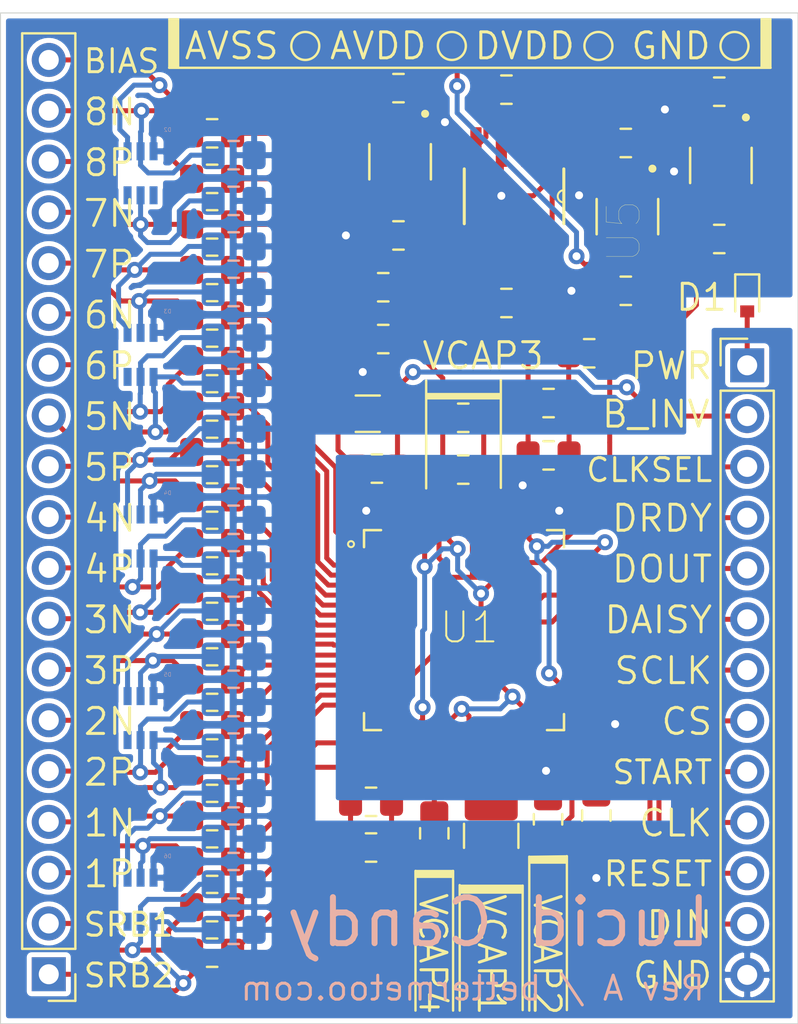
<source format=kicad_pcb>
(kicad_pcb (version 20171130) (host pcbnew "(5.1.2-1)-1")
  (layers (0 F.Cu signal) (31 B.Cu signal) (34 B.Paste user) (35 F.Paste user) (36 B.SilkS user) (37 F.SilkS user) (38 B.Mask user) (39 F.Mask user) (44 Edge.Cuts user))
  (net 0 "")
  (net 1 GNDA)
  (net 2 "Net-(C1-Pad2)")
  (net 3 DVDD3.3V)
  (net 4 "Net-(C3-Pad1)")
  (net 5 "Net-(C3-Pad2)")
  (net 6 AVDD2.5V)
  (net 7 "Net-(C6-Pad1)")
  (net 8 AVSS-2.5V)
  (net 9 "Net-(C12-Pad1)")
  (net 10 "Net-(C14-Pad2)")
  (net 11 BIASINV)
  (net 12 "Net-(C16-Pad2)")
  (net 13 "Net-(C17-Pad2)")
  (net 14 "Net-(C20-Pad1)")
  (net 15 SRB1_Electrode)
  (net 16 SRB2_Electrode)
  (net 17 Electrode_8N)
  (net 18 Electrode_8P)
  (net 19 Electrode_7N)
  (net 20 Electrode_7P)
  (net 21 Electrode_6N)
  (net 22 Electrode_6P)
  (net 23 Electrode_5N)
  (net 24 Electrode_5P)
  (net 25 Electrode_4N)
  (net 26 Electrode_4P)
  (net 27 Electrode_3N)
  (net 28 Electrode_3P)
  (net 29 Electrode_2N)
  (net 30 Electrode_2P)
  (net 31 Electrode_1N)
  (net 32 Electrode_1P)
  (net 33 RAW)
  (net 34 Bias_Electrode)
  (net 35 RESET)
  (net 36 CS)
  (net 37 MISO)
  (net 38 DRDY)
  (net 39 SCLK)
  (net 40 CLKSEL)
  (net 41 CLK)
  (net 42 START)
  (net 43 DAISY_IN)
  (net 44 MOSI)
  (net 45 "Net-(R1-Pad1)")
  (net 46 "Net-(U2-Pad4)")
  (net 47 "Net-(U3-Pad4)")
  (net 48 "Net-(U4-Pad4)")
  (net 49 "Net-(C15-Pad1)")
  (net 50 "Net-(D2-Pad4)")
  (net 51 "Net-(R4-Pad1)")
  (net 52 "Net-(R5-Pad2)")
  (net 53 "Net-(R6-Pad1)")
  (net 54 "Net-(R7-Pad2)")
  (net 55 "Net-(R8-Pad1)")
  (net 56 "Net-(R9-Pad2)")
  (net 57 "Net-(R10-Pad1)")
  (net 58 "Net-(R11-Pad2)")
  (net 59 "Net-(R12-Pad1)")
  (net 60 "Net-(R13-Pad2)")
  (net 61 "Net-(R14-Pad1)")
  (net 62 "Net-(R15-Pad2)")
  (net 63 "Net-(R16-Pad1)")
  (net 64 "Net-(R17-Pad2)")
  (net 65 "Net-(R18-Pad1)")
  (net 66 "Net-(R19-Pad2)")
  (net 67 "Net-(R20-Pad1)")
  (net 68 "Net-(R21-Pad2)")
  (module TestPoint:TestPoint_Pad_D1.0mm (layer F.Cu) (at 214.249 53.213)
    (fp_text reference GND (at -3.175 0) (layer F.SilkS) (effects (font (size 1.3 1.3))))
    (fp_text value TestPoint_Pad_D1.0mm)
    (pad 1 smd circle (at 0 0) (size 1 1) (layers F.Cu F.Mask) (net 1 GNDA))
  )
  (module TestPoint:TestPoint_Pad_D1.0mm (layer F.Cu) (at 207.444666 53.213)
    (fp_text reference DVDD (at -3.683 0) (layer F.SilkS) (effects (font (size 1.3 1.3))))
    (fp_text value TestPoint_Pad_D1.0mm)
    (pad 1 smd circle (at 0 0) (size 1 1) (layers F.Cu F.Mask) (net 3 DVDD3.3V))
  )
  (module TestPoint:TestPoint_Pad_D1.0mm (layer F.Cu) (at 200.115333 53.213)
    (fp_text reference AVDD (at -3.683 0) (layer F.SilkS) (effects (font (size 1.3 1.3))))
    (fp_text value TestPoint_Pad_D1.0mm)
    (pad 1 smd circle (at 0 0) (size 1 1) (layers F.Cu F.Mask) (net 6 AVDD2.5V))
  )
  (module TestPoint:TestPoint_Pad_D1.0mm (layer F.Cu) (at 192.786 53.213)
    (fp_text reference AVSS (at -3.683 0) (layer F.SilkS) (effects (font (size 1.3 1.3))))
    (fp_text value TestPoint_Pad_D1.0mm)
    (pad 1 smd circle (at 0 0) (size 1 1) (layers F.Cu F.Mask) (net 8 AVSS-2.5V))
  )
  (module Sensor:ADS1299IPAG (layer F.Cu) (at 200.7235 82.423)
    (fp_text reference U1 (at 0.254 -0.127) (layer F.SilkS) (effects (font (size 1.5 1.5) (thickness 0.1))))
    (fp_text value ADS1299IPAG)
    (pad 64 smd rect (at -3.75 -5.63) (size 0.3 1.26) (layers F.Cu F.Paste F.Mask) (net 1 GNDA))
    (pad 63 smd rect (at -3.25 -5.63) (size 0.3 1.26) (layers F.Cu F.Paste F.Mask) (net 49 "Net-(C15-Pad1)"))
    (pad 62 smd rect (at -2.75 -5.63) (size 0.3 1.26) (layers F.Cu F.Paste F.Mask) (net 49 "Net-(C15-Pad1)"))
    (pad 61 smd rect (at -2.25 -5.63) (size 0.3 1.26) (layers F.Cu F.Paste F.Mask) (net 11 BIASINV))
    (pad 60 smd rect (at -1.75 -5.63) (size 0.3 1.26) (layers F.Cu F.Paste F.Mask) (net 8 AVSS-2.5V))
    (pad 59 smd rect (at -1.25 -5.63) (size 0.3 1.26) (layers F.Cu F.Paste F.Mask) (net 6 AVDD2.5V))
    (pad 58 smd rect (at -0.75 -5.63) (size 0.3 1.26) (layers F.Cu F.Paste F.Mask) (net 8 AVSS-2.5V))
    (pad 57 smd rect (at -0.25 -5.63) (size 0.3 1.26) (layers F.Cu F.Paste F.Mask) (net 8 AVSS-2.5V))
    (pad 56 smd rect (at 0.25 -5.63) (size 0.3 1.26) (layers F.Cu F.Paste F.Mask) (net 6 AVDD2.5V))
    (pad 55 smd rect (at 0.75 -5.63) (size 0.3 1.26) (layers F.Cu F.Paste F.Mask) (net 9 "Net-(C12-Pad1)"))
    (pad 54 smd rect (at 1.25 -5.63) (size 0.3 1.26) (layers F.Cu F.Paste F.Mask) (net 6 AVDD2.5V))
    (pad 53 smd rect (at 1.75 -5.63) (size 0.3 1.26) (layers F.Cu F.Paste F.Mask) (net 8 AVSS-2.5V))
    (pad 52 smd rect (at 2.25 -5.63) (size 0.3 1.26) (layers F.Cu F.Paste F.Mask) (net 40 CLKSEL))
    (pad 51 smd rect (at 2.75 -5.63) (size 0.3 1.26) (layers F.Cu F.Paste F.Mask) (net 1 GNDA))
    (pad 50 smd rect (at 3.25 -5.63) (size 0.3 1.26) (layers F.Cu F.Paste F.Mask) (net 3 DVDD3.3V))
    (pad 49 smd rect (at 3.75 -5.63) (size 0.3 1.26) (layers F.Cu F.Paste F.Mask) (net 1 GNDA))
    (pad 48 smd rect (at 5.63 -3.75) (size 1.26 0.3) (layers F.Cu F.Paste F.Mask) (net 3 DVDD3.3V))
    (pad 47 smd rect (at 5.63 -3.25) (size 1.26 0.3) (layers F.Cu F.Paste F.Mask) (net 38 DRDY))
    (pad 46 smd rect (at 5.63 -2.75) (size 1.26 0.3) (layers F.Cu F.Paste F.Mask) (net 45 "Net-(R1-Pad1)"))
    (pad 45 smd rect (at 5.63 -2.25) (size 1.26 0.3) (layers F.Cu F.Paste F.Mask) (net 45 "Net-(R1-Pad1)"))
    (pad 44 smd rect (at 5.63 -1.75) (size 1.26 0.3) (layers F.Cu F.Paste F.Mask) (net 45 "Net-(R1-Pad1)"))
    (pad 43 smd rect (at 5.63 -1.25) (size 1.26 0.3) (layers F.Cu F.Paste F.Mask) (net 37 MISO))
    (pad 42 smd rect (at 5.63 -0.75) (size 1.26 0.3) (layers F.Cu F.Paste F.Mask) (net 45 "Net-(R1-Pad1)"))
    (pad 41 smd rect (at 5.63 -0.25) (size 1.26 0.3) (layers F.Cu F.Paste F.Mask) (net 43 DAISY_IN))
    (pad 40 smd rect (at 5.63 0.25) (size 1.26 0.3) (layers F.Cu F.Paste F.Mask) (net 39 SCLK))
    (pad 39 smd rect (at 5.63 0.75) (size 1.26 0.3) (layers F.Cu F.Paste F.Mask) (net 36 CS))
    (pad 38 smd rect (at 5.63 1.25) (size 1.26 0.3) (layers F.Cu F.Paste F.Mask) (net 42 START))
    (pad 37 smd rect (at 5.63 1.75) (size 1.26 0.3) (layers F.Cu F.Paste F.Mask) (net 41 CLK))
    (pad 36 smd rect (at 5.63 2.25) (size 1.26 0.3) (layers F.Cu F.Paste F.Mask) (net 35 RESET))
    (pad 35 smd rect (at 5.63 2.75) (size 1.26 0.3) (layers F.Cu F.Paste F.Mask) (net 3 DVDD3.3V))
    (pad 34 smd rect (at 5.63 3.25) (size 1.26 0.3) (layers F.Cu F.Paste F.Mask) (net 44 MOSI))
    (pad 33 smd rect (at 5.63 3.75) (size 1.26 0.3) (layers F.Cu F.Paste F.Mask) (net 1 GNDA))
    (pad 32 smd rect (at 3.75 5.63) (size 0.3 1.26) (layers F.Cu F.Paste F.Mask) (net 8 AVSS-2.5V))
    (pad 31 smd rect (at 3.25 5.63) (size 0.3 1.26) (layers F.Cu F.Paste F.Mask) (net 1 GNDA))
    (pad 30 smd rect (at 2.75 5.63) (size 0.3 1.26) (layers F.Cu F.Paste F.Mask) (net 13 "Net-(C17-Pad2)"))
    (pad 29 smd rect (at 2.25 5.63) (size 0.3 1.26) (layers F.Cu F.Paste F.Mask))
    (pad 28 smd rect (at 1.75 5.63) (size 0.3 1.26) (layers F.Cu F.Paste F.Mask) (net 12 "Net-(C16-Pad2)"))
    (pad 27 smd rect (at 1.25 5.63) (size 0.3 1.26) (layers F.Cu F.Paste F.Mask))
    (pad 26 smd rect (at 0.75 5.63) (size 0.3 1.26) (layers F.Cu F.Paste F.Mask) (net 10 "Net-(C14-Pad2)"))
    (pad 25 smd rect (at 0.25 5.63) (size 0.3 1.26) (layers F.Cu F.Paste F.Mask) (net 8 AVSS-2.5V))
    (pad 24 smd rect (at -0.25 5.63) (size 0.3 1.26) (layers F.Cu F.Paste F.Mask) (net 14 "Net-(C20-Pad1)"))
    (pad 23 smd rect (at -0.75 5.63) (size 0.3 1.26) (layers F.Cu F.Paste F.Mask) (net 8 AVSS-2.5V))
    (pad 22 smd rect (at -1.25 5.63) (size 0.3 1.26) (layers F.Cu F.Paste F.Mask) (net 6 AVDD2.5V))
    (pad 21 smd rect (at -1.75 5.63) (size 0.3 1.26) (layers F.Cu F.Paste F.Mask) (net 6 AVDD2.5V))
    (pad 20 smd rect (at -2.25 5.63) (size 0.3 1.26) (layers F.Cu F.Paste F.Mask) (net 8 AVSS-2.5V))
    (pad 19 smd rect (at -2.75 5.63) (size 0.3 1.26) (layers F.Cu F.Paste F.Mask) (net 6 AVDD2.5V))
    (pad 18 smd rect (at -3.25 5.63) (size 0.3 1.26) (layers F.Cu F.Paste F.Mask) (net 68 "Net-(R21-Pad2)"))
    (pad 17 smd rect (at -3.75 5.63) (size 0.3 1.26) (layers F.Cu F.Paste F.Mask) (net 67 "Net-(R20-Pad1)"))
    (pad 16 smd rect (at -5.63 3.75) (size 1.26 0.3) (layers F.Cu F.Paste F.Mask) (net 66 "Net-(R19-Pad2)"))
    (pad 15 smd rect (at -5.63 3.25) (size 1.26 0.3) (layers F.Cu F.Paste F.Mask) (net 65 "Net-(R18-Pad1)"))
    (pad 14 smd rect (at -5.63 2.75) (size 1.26 0.3) (layers F.Cu F.Paste F.Mask) (net 64 "Net-(R17-Pad2)"))
    (pad 13 smd rect (at -5.63 2.25) (size 1.26 0.3) (layers F.Cu F.Paste F.Mask) (net 63 "Net-(R16-Pad1)"))
    (pad 12 smd rect (at -5.63 1.75) (size 1.26 0.3) (layers F.Cu F.Paste F.Mask) (net 62 "Net-(R15-Pad2)"))
    (pad 11 smd rect (at -5.63 1.25) (size 1.26 0.3) (layers F.Cu F.Paste F.Mask) (net 61 "Net-(R14-Pad1)"))
    (pad 10 smd rect (at -5.63 0.75) (size 1.26 0.3) (layers F.Cu F.Paste F.Mask) (net 60 "Net-(R13-Pad2)"))
    (pad 9 smd rect (at -5.63 0.25) (size 1.26 0.3) (layers F.Cu F.Paste F.Mask) (net 59 "Net-(R12-Pad1)"))
    (pad 8 smd rect (at -5.63 -0.25) (size 1.26 0.3) (layers F.Cu F.Paste F.Mask) (net 58 "Net-(R11-Pad2)"))
    (pad 7 smd rect (at -5.63 -0.75) (size 1.26 0.3) (layers F.Cu F.Paste F.Mask) (net 57 "Net-(R10-Pad1)"))
    (pad 6 smd rect (at -5.63 -1.25) (size 1.26 0.3) (layers F.Cu F.Paste F.Mask) (net 56 "Net-(R9-Pad2)"))
    (pad 5 smd rect (at -5.63 -1.75) (size 1.26 0.3) (layers F.Cu F.Paste F.Mask) (net 55 "Net-(R8-Pad1)"))
    (pad 4 smd rect (at -5.63 -2.25) (size 1.26 0.3) (layers F.Cu F.Paste F.Mask) (net 54 "Net-(R7-Pad2)"))
    (pad 3 smd rect (at -5.63 -2.75) (size 1.26 0.3) (layers F.Cu F.Paste F.Mask) (net 53 "Net-(R6-Pad1)"))
    (pad 2 smd rect (at -5.63 -3.25) (size 1.26 0.3) (layers F.Cu F.Paste F.Mask) (net 52 "Net-(R5-Pad2)"))
    (pad 1 smd rect (at -5.63 -3.75) (size 1.26 0.3) (layers F.Cu F.Paste F.Mask) (net 51 "Net-(R4-Pad1)"))
  )
  (module Capacitor_SMD:C_0805_2012Metric_Pad1.15x1.40mm_HandSolder (layer F.Cu) (at 213.487 55.499)
    (fp_text reference C1 hide)
    (fp_text value 4.7uF)
    (pad 1 smd roundrect (at -1.025 0) (size 1.15 1.4) (layers F.Cu F.Paste F.Mask) (roundrect_rratio 0.217391) (net 1 GNDA))
    (pad 2 smd roundrect (at 1.025 0) (size 1.15 1.4) (layers F.Cu F.Paste F.Mask) (roundrect_rratio 0.217391) (net 2 "Net-(C1-Pad2)"))
  )
  (module Capacitor_SMD:C_0805_2012Metric_Pad1.15x1.40mm_HandSolder (layer F.Cu) (at 213.487 62.865 180)
    (fp_text reference C2 hide)
    (fp_text value 4.7uF)
    (pad 1 smd roundrect (at -1.025 0 180) (size 1.15 1.4) (layers F.Cu F.Paste F.Mask) (roundrect_rratio 0.217391) (net 3 DVDD3.3V))
    (pad 2 smd roundrect (at 1.025 0 180) (size 1.15 1.4) (layers F.Cu F.Paste F.Mask) (roundrect_rratio 0.217391) (net 1 GNDA))
  )
  (module Capacitor_SMD:C_0805_2012Metric_Pad1.15x1.40mm_HandSolder (layer F.Cu) (at 202.8444 55.3974)
    (fp_text reference C3 hide)
    (fp_text value 10uF)
    (pad 1 smd roundrect (at -1.025 0) (size 1.15 1.4) (layers F.Cu F.Paste F.Mask) (roundrect_rratio 0.217391) (net 4 "Net-(C3-Pad1)"))
    (pad 2 smd roundrect (at 1.025 0) (size 1.15 1.4) (layers F.Cu F.Paste F.Mask) (roundrect_rratio 0.217391) (net 5 "Net-(C3-Pad2)"))
  )
  (module Capacitor_SMD:C_0805_2012Metric_Pad1.15x1.40mm_HandSolder (layer F.Cu) (at 208.8134 65.4558 180)
    (fp_text reference C4 hide)
    (fp_text value 4.7uF)
    (pad 2 smd roundrect (at 1.025 0 180) (size 1.15 1.4) (layers F.Cu F.Paste F.Mask) (roundrect_rratio 0.217391) (net 1 GNDA))
    (pad 1 smd roundrect (at -1.025 0 180) (size 1.15 1.4) (layers F.Cu F.Paste F.Mask) (roundrect_rratio 0.217391) (net 6 AVDD2.5V))
  )
  (module Capacitor_SMD:C_0805_2012Metric_Pad1.15x1.40mm_HandSolder (layer F.Cu) (at 208.8134 58.0644)
    (fp_text reference C5 hide)
    (fp_text value 4.7uF)
    (pad 1 smd roundrect (at -1.025 0) (size 1.15 1.4) (layers F.Cu F.Paste F.Mask) (roundrect_rratio 0.217391) (net 1 GNDA))
    (pad 2 smd roundrect (at 1.025 0) (size 1.15 1.4) (layers F.Cu F.Paste F.Mask) (roundrect_rratio 0.217391) (net 3 DVDD3.3V))
  )
  (module Capacitor_SMD:C_0805_2012Metric_Pad1.15x1.40mm_HandSolder (layer F.Cu) (at 202.8444 66.0654)
    (fp_text reference C6 hide)
    (fp_text value 10uF)
    (pad 2 smd roundrect (at 1.025 0) (size 1.15 1.4) (layers F.Cu F.Paste F.Mask) (roundrect_rratio 0.217391) (net 1 GNDA))
    (pad 1 smd roundrect (at -1.025 0) (size 1.15 1.4) (layers F.Cu F.Paste F.Mask) (roundrect_rratio 0.217391) (net 7 "Net-(C6-Pad1)"))
  )
  (module Capacitor_SMD:C_0805_2012Metric_Pad1.15x1.40mm_HandSolder (layer F.Cu) (at 197.4469 55.3212)
    (fp_text reference C7 hide)
    (fp_text value 2.2uF)
    (pad 1 smd roundrect (at -1.025 0) (size 1.15 1.4) (layers F.Cu F.Paste F.Mask) (roundrect_rratio 0.217391) (net 7 "Net-(C6-Pad1)"))
    (pad 2 smd roundrect (at 1.025 0) (size 1.15 1.4) (layers F.Cu F.Paste F.Mask) (roundrect_rratio 0.217391) (net 1 GNDA))
  )
  (module Capacitor_SMD:C_0805_2012Metric_Pad1.15x1.40mm_HandSolder (layer F.Cu) (at 197.4469 62.6872)
    (fp_text reference C8 hide)
    (fp_text value 2.2uF)
    (pad 2 smd roundrect (at 1.025 0) (size 1.15 1.4) (layers F.Cu F.Paste F.Mask) (roundrect_rratio 0.217391) (net 8 AVSS-2.5V))
    (pad 1 smd roundrect (at -1.025 0) (size 1.15 1.4) (layers F.Cu F.Paste F.Mask) (roundrect_rratio 0.217391) (net 1 GNDA))
  )
  (module Capacitor_SMD:C_0805_2012Metric_Pad1.15x1.40mm_HandSolder (layer F.Cu) (at 204.9526 73.6854)
    (fp_text reference C9 hide)
    (fp_text value 0.1uF)
    (pad 1 smd roundrect (at -1.025 0) (size 1.15 1.4) (layers F.Cu F.Paste F.Mask) (roundrect_rratio 0.217391) (net 6 AVDD2.5V))
    (pad 2 smd roundrect (at 1.025 0) (size 1.15 1.4) (layers F.Cu F.Paste F.Mask) (roundrect_rratio 0.217391) (net 1 GNDA))
  )
  (module Capacitor_SMD:C_0805_2012Metric_Pad1.15x1.40mm_HandSolder (layer F.Cu) (at 204.9526 71.0692)
    (fp_text reference C10 hide)
    (fp_text value 1uF)
    (pad 2 smd roundrect (at 1.025 0) (size 1.15 1.4) (layers F.Cu F.Paste F.Mask) (roundrect_rratio 0.217391) (net 1 GNDA))
    (pad 1 smd roundrect (at -1.025 0) (size 1.15 1.4) (layers F.Cu F.Paste F.Mask) (roundrect_rratio 0.217391) (net 6 AVDD2.5V))
  )
  (module Capacitor_SMD:C_0805_2012Metric_Pad1.15x1.40mm_HandSolder (layer F.Cu) (at 206.9846 68.58 180)
    (fp_text reference C11 hide)
    (fp_text value 1uF)
    (pad 1 smd roundrect (at -1.025 0 180) (size 1.15 1.4) (layers F.Cu F.Paste F.Mask) (roundrect_rratio 0.217391) (net 3 DVDD3.3V))
    (pad 2 smd roundrect (at 1.025 0 180) (size 1.15 1.4) (layers F.Cu F.Paste F.Mask) (roundrect_rratio 0.217391) (net 1 GNDA))
  )
  (module Capacitor_SMD:C_0805_2012Metric_Pad1.15x1.40mm_HandSolder (layer F.Cu) (at 200.6854 74.3966 180)
    (fp_text reference C12 hide)
    (fp_text value 0.1uF)
    (pad 1 smd roundrect (at -1.025 0 180) (size 1.15 1.4) (layers F.Cu F.Paste F.Mask) (roundrect_rratio 0.217391) (net 9 "Net-(C12-Pad1)"))
    (pad 2 smd roundrect (at 1.025 0 180) (size 1.15 1.4) (layers F.Cu F.Paste F.Mask) (roundrect_rratio 0.217391) (net 8 AVSS-2.5V))
  )
  (module Capacitor_SMD:C_0805_2012Metric_Pad1.15x1.40mm_HandSolder (layer F.Cu) (at 200.6854 71.8058 180)
    (fp_text reference C13 hide)
    (fp_text value 1uF)
    (pad 2 smd roundrect (at 1.025 0 180) (size 1.15 1.4) (layers F.Cu F.Paste F.Mask) (roundrect_rratio 0.217391) (net 8 AVSS-2.5V))
    (pad 1 smd roundrect (at -1.025 0 180) (size 1.15 1.4) (layers F.Cu F.Paste F.Mask) (roundrect_rratio 0.217391) (net 9 "Net-(C12-Pad1)"))
  )
  (module Capacitor_SMD:C_0805_2012Metric_Pad1.15x1.40mm_HandSolder (layer F.Cu) (at 199.2376 92.583 90)
    (fp_text reference C14 hide)
    (fp_text value 1uF)
    (pad 1 smd roundrect (at -1.025 0 90) (size 1.15 1.4) (layers F.Cu F.Paste F.Mask) (roundrect_rratio 0.217391) (net 8 AVSS-2.5V))
    (pad 2 smd roundrect (at 1.025 0 90) (size 1.15 1.4) (layers F.Cu F.Paste F.Mask) (roundrect_rratio 0.217391) (net 10 "Net-(C14-Pad2)"))
  )
  (module Capacitor_SMD:C_0805_2012Metric_Pad1.15x1.40mm_HandSolder (layer F.Cu) (at 196.3674 74.3458)
    (fp_text reference C15 hide)
    (fp_text value 1.5uF)
    (pad 2 smd roundrect (at 1.025 0) (size 1.15 1.4) (layers F.Cu F.Paste F.Mask) (roundrect_rratio 0.217391) (net 11 BIASINV))
    (pad 1 smd roundrect (at -1.025 0) (size 1.15 1.4) (layers F.Cu F.Paste F.Mask) (roundrect_rratio 0.217391) (net 49 "Net-(C15-Pad1)"))
  )
  (module Capacitor_SMD:C_1210_3225Metric_Pad1.42x2.65mm_HandSolder (layer F.Cu) (at 202.0834 92.71 90)
    (fp_text reference C16 hide)
    (fp_text value 100uF)
    (pad 1 smd roundrect (at -1.4875 0 90) (size 1.425 2.65) (layers F.Cu F.Paste F.Mask) (roundrect_rratio 0.175439) (net 8 AVSS-2.5V))
    (pad 2 smd roundrect (at 1.4875 0 90) (size 1.425 2.65) (layers F.Cu F.Paste F.Mask) (roundrect_rratio 0.175439) (net 12 "Net-(C16-Pad2)"))
  )
  (module Capacitor_SMD:C_0805_2012Metric_Pad1.15x1.40mm_HandSolder (layer F.Cu) (at 204.9252 91.8845 90)
    (fp_text reference C17 hide)
    (fp_text value 1uF)
    (pad 2 smd roundrect (at 1.025 0 90) (size 1.15 1.4) (layers F.Cu F.Paste F.Mask) (roundrect_rratio 0.217391) (net 13 "Net-(C17-Pad2)"))
    (pad 1 smd roundrect (at -1.025 0 90) (size 1.15 1.4) (layers F.Cu F.Paste F.Mask) (roundrect_rratio 0.217391) (net 8 AVSS-2.5V))
  )
  (module Capacitor_SMD:C_0805_2012Metric_Pad1.15x1.40mm_HandSolder (layer F.Cu) (at 196.6849 65.278)
    (fp_text reference C18 hide)
    (fp_text value 0.1uF)
    (pad 2 smd roundrect (at 1.025 0) (size 1.15 1.4) (layers F.Cu F.Paste F.Mask) (roundrect_rratio 0.217391) (net 8 AVSS-2.5V))
    (pad 1 smd roundrect (at -1.025 0) (size 1.15 1.4) (layers F.Cu F.Paste F.Mask) (roundrect_rratio 0.217391) (net 1 GNDA))
  )
  (module Capacitor_SMD:C_0805_2012Metric_Pad1.15x1.40mm_HandSolder (layer F.Cu) (at 196.6849 67.8688)
    (fp_text reference C19 hide)
    (fp_text value 1uF)
    (pad 1 smd roundrect (at -1.025 0) (size 1.15 1.4) (layers F.Cu F.Paste F.Mask) (roundrect_rratio 0.217391) (net 1 GNDA))
    (pad 2 smd roundrect (at 1.025 0) (size 1.15 1.4) (layers F.Cu F.Paste F.Mask) (roundrect_rratio 0.217391) (net 8 AVSS-2.5V))
  )
  (module Capacitor_SMD:C_0805_2012Metric_Pad1.15x1.40mm_HandSolder (layer F.Cu) (at 196.0753 93.2942)
    (fp_text reference C20 hide)
    (fp_text value 10uF)
    (pad 2 smd roundrect (at 1.025 0) (size 1.15 1.4) (layers F.Cu F.Paste F.Mask) (roundrect_rratio 0.217391) (net 8 AVSS-2.5V))
    (pad 1 smd roundrect (at -1.025 0) (size 1.15 1.4) (layers F.Cu F.Paste F.Mask) (roundrect_rratio 0.217391) (net 14 "Net-(C20-Pad1)"))
  )
  (module Capacitor_SMD:C_0805_2012Metric_Pad1.15x1.40mm_HandSolder (layer F.Cu) (at 196.0753 91.0082)
    (fp_text reference C21 hide)
    (fp_text value 0.1uF)
    (pad 1 smd roundrect (at -1.025 0) (size 1.15 1.4) (layers F.Cu F.Paste F.Mask) (roundrect_rratio 0.217391) (net 14 "Net-(C20-Pad1)"))
    (pad 2 smd roundrect (at 1.025 0) (size 1.15 1.4) (layers F.Cu F.Paste F.Mask) (roundrect_rratio 0.217391) (net 8 AVSS-2.5V))
  )
  (module Capacitor_SMD:C_0805_2012Metric_Pad1.15x1.40mm_HandSolder (layer B.Cu) (at 189.2046 95.13093)
    (fp_text reference C38 hide)
    (fp_text value 4.7nF hide)
    (pad 2 smd roundrect (at 1.025 0) (size 1.15 1.4) (layers B.Cu B.Paste B.Mask) (roundrect_rratio 0.217391) (net 1 GNDA))
    (pad 1 smd roundrect (at -1.025 0) (size 1.15 1.4) (layers B.Cu B.Paste B.Mask) (roundrect_rratio 0.217391) (net 15 SRB1_Electrode))
  )
  (module Capacitor_SMD:C_0805_2012Metric_Pad1.15x1.40mm_HandSolder (layer B.Cu) (at 189.2046 97.409 180)
    (fp_text reference C39 hide)
    (fp_text value 4.7nF hide)
    (pad 2 smd roundrect (at 1.025 0 180) (size 1.15 1.4) (layers B.Cu B.Paste B.Mask) (roundrect_rratio 0.217391) (net 16 SRB2_Electrode))
    (pad 1 smd roundrect (at -1.025 0 180) (size 1.15 1.4) (layers B.Cu B.Paste B.Mask) (roundrect_rratio 0.217391) (net 1 GNDA))
  )
  (module Capacitor_SMD:C_0805_2012Metric_Pad1.15x1.40mm_HandSolder (layer B.Cu) (at 189.2046 58.674)
    (fp_text reference C22 hide)
    (fp_text value 4.7nF hide)
    (pad 1 smd roundrect (at -1.025 0) (size 1.15 1.4) (layers B.Cu B.Paste B.Mask) (roundrect_rratio 0.217391) (net 17 Electrode_8N))
    (pad 2 smd roundrect (at 1.025 0) (size 1.15 1.4) (layers B.Cu B.Paste B.Mask) (roundrect_rratio 0.217391) (net 1 GNDA))
  )
  (module Capacitor_SMD:C_0805_2012Metric_Pad1.15x1.40mm_HandSolder (layer B.Cu) (at 189.2046 60.96 180)
    (fp_text reference C23 hide)
    (fp_text value 4.7nF hide)
    (pad 2 smd roundrect (at 1.025 0 180) (size 1.15 1.4) (layers B.Cu B.Paste B.Mask) (roundrect_rratio 0.217391) (net 18 Electrode_8P))
    (pad 1 smd roundrect (at -1.025 0 180) (size 1.15 1.4) (layers B.Cu B.Paste B.Mask) (roundrect_rratio 0.217391) (net 1 GNDA))
  )
  (module Capacitor_SMD:C_0805_2012Metric_Pad1.15x1.40mm_HandSolder (layer B.Cu) (at 189.2046 63.238062)
    (fp_text reference C24 hide)
    (fp_text value 4.7nF hide)
    (pad 2 smd roundrect (at 1.025 0) (size 1.15 1.4) (layers B.Cu B.Paste B.Mask) (roundrect_rratio 0.217391) (net 1 GNDA))
    (pad 1 smd roundrect (at -1.025 0) (size 1.15 1.4) (layers B.Cu B.Paste B.Mask) (roundrect_rratio 0.217391) (net 19 Electrode_7N))
  )
  (module Capacitor_SMD:C_0805_2012Metric_Pad1.15x1.40mm_HandSolder (layer B.Cu) (at 189.2046 65.516124 180)
    (fp_text reference C25 hide)
    (fp_text value 4.7nF hide)
    (pad 1 smd roundrect (at -1.025 0 180) (size 1.15 1.4) (layers B.Cu B.Paste B.Mask) (roundrect_rratio 0.217391) (net 1 GNDA))
    (pad 2 smd roundrect (at 1.025 0 180) (size 1.15 1.4) (layers B.Cu B.Paste B.Mask) (roundrect_rratio 0.217391) (net 20 Electrode_7P))
  )
  (module Capacitor_SMD:C_0805_2012Metric_Pad1.15x1.40mm_HandSolder (layer B.Cu) (at 189.2046 67.794186)
    (fp_text reference C26 hide)
    (fp_text value 4.7nF hide)
    (pad 1 smd roundrect (at -1.025 0) (size 1.15 1.4) (layers B.Cu B.Paste B.Mask) (roundrect_rratio 0.217391) (net 21 Electrode_6N))
    (pad 2 smd roundrect (at 1.025 0) (size 1.15 1.4) (layers B.Cu B.Paste B.Mask) (roundrect_rratio 0.217391) (net 1 GNDA))
  )
  (module Capacitor_SMD:C_0805_2012Metric_Pad1.15x1.40mm_HandSolder (layer B.Cu) (at 189.2046 70.072248 180)
    (fp_text reference C27 hide)
    (fp_text value 4.7nF hide)
    (pad 2 smd roundrect (at 1.025 0 180) (size 1.15 1.4) (layers B.Cu B.Paste B.Mask) (roundrect_rratio 0.217391) (net 22 Electrode_6P))
    (pad 1 smd roundrect (at -1.025 0 180) (size 1.15 1.4) (layers B.Cu B.Paste B.Mask) (roundrect_rratio 0.217391) (net 1 GNDA))
  )
  (module Capacitor_SMD:C_0805_2012Metric_Pad1.15x1.40mm_HandSolder (layer B.Cu) (at 189.2046 72.35031)
    (fp_text reference C28 hide)
    (fp_text value 4.7nF hide)
    (pad 1 smd roundrect (at -1.025 0) (size 1.15 1.4) (layers B.Cu B.Paste B.Mask) (roundrect_rratio 0.217391) (net 23 Electrode_5N))
    (pad 2 smd roundrect (at 1.025 0) (size 1.15 1.4) (layers B.Cu B.Paste B.Mask) (roundrect_rratio 0.217391) (net 1 GNDA))
  )
  (module Capacitor_SMD:C_0805_2012Metric_Pad1.15x1.40mm_HandSolder (layer B.Cu) (at 189.2046 74.628372 180)
    (fp_text reference C29 hide)
    (fp_text value 4.7nF hide)
    (pad 2 smd roundrect (at 1.025 0 180) (size 1.15 1.4) (layers B.Cu B.Paste B.Mask) (roundrect_rratio 0.217391) (net 24 Electrode_5P))
    (pad 1 smd roundrect (at -1.025 0 180) (size 1.15 1.4) (layers B.Cu B.Paste B.Mask) (roundrect_rratio 0.217391) (net 1 GNDA))
  )
  (module Capacitor_SMD:C_0805_2012Metric_Pad1.15x1.40mm_HandSolder (layer B.Cu) (at 189.2046 76.906434)
    (fp_text reference C30 hide)
    (fp_text value 4.7nF hide)
    (pad 2 smd roundrect (at 1.025 0) (size 1.15 1.4) (layers B.Cu B.Paste B.Mask) (roundrect_rratio 0.217391) (net 1 GNDA))
    (pad 1 smd roundrect (at -1.025 0) (size 1.15 1.4) (layers B.Cu B.Paste B.Mask) (roundrect_rratio 0.217391) (net 25 Electrode_4N))
  )
  (module Capacitor_SMD:C_0805_2012Metric_Pad1.15x1.40mm_HandSolder (layer B.Cu) (at 189.2046 79.184496 180)
    (fp_text reference C31 hide)
    (fp_text value 4.7nF hide)
    (pad 1 smd roundrect (at -1.025 0 180) (size 1.15 1.4) (layers B.Cu B.Paste B.Mask) (roundrect_rratio 0.217391) (net 1 GNDA))
    (pad 2 smd roundrect (at 1.025 0 180) (size 1.15 1.4) (layers B.Cu B.Paste B.Mask) (roundrect_rratio 0.217391) (net 26 Electrode_4P))
  )
  (module Capacitor_SMD:C_0805_2012Metric_Pad1.15x1.40mm_HandSolder (layer B.Cu) (at 189.2046 81.462558)
    (fp_text reference C32 hide)
    (fp_text value 4.7nF hide)
    (pad 2 smd roundrect (at 1.025 0) (size 1.15 1.4) (layers B.Cu B.Paste B.Mask) (roundrect_rratio 0.217391) (net 1 GNDA))
    (pad 1 smd roundrect (at -1.025 0) (size 1.15 1.4) (layers B.Cu B.Paste B.Mask) (roundrect_rratio 0.217391) (net 27 Electrode_3N))
  )
  (module Capacitor_SMD:C_0805_2012Metric_Pad1.15x1.40mm_HandSolder (layer B.Cu) (at 189.2046 83.74062 180)
    (fp_text reference C33 hide)
    (fp_text value 4.7nF hide)
    (pad 1 smd roundrect (at -1.025 0 180) (size 1.15 1.4) (layers B.Cu B.Paste B.Mask) (roundrect_rratio 0.217391) (net 1 GNDA))
    (pad 2 smd roundrect (at 1.025 0 180) (size 1.15 1.4) (layers B.Cu B.Paste B.Mask) (roundrect_rratio 0.217391) (net 28 Electrode_3P))
  )
  (module Capacitor_SMD:C_0805_2012Metric_Pad1.15x1.40mm_HandSolder (layer B.Cu) (at 189.2046 86.018682)
    (fp_text reference C34 hide)
    (fp_text value 4.7nF hide)
    (pad 1 smd roundrect (at -1.025 0) (size 1.15 1.4) (layers B.Cu B.Paste B.Mask) (roundrect_rratio 0.217391) (net 29 Electrode_2N))
    (pad 2 smd roundrect (at 1.025 0) (size 1.15 1.4) (layers B.Cu B.Paste B.Mask) (roundrect_rratio 0.217391) (net 1 GNDA))
  )
  (module Capacitor_SMD:C_0805_2012Metric_Pad1.15x1.40mm_HandSolder (layer B.Cu) (at 189.2046 88.296744 180)
    (fp_text reference C35 hide)
    (fp_text value 4.7nF hide)
    (pad 2 smd roundrect (at 1.025 0 180) (size 1.15 1.4) (layers B.Cu B.Paste B.Mask) (roundrect_rratio 0.217391) (net 30 Electrode_2P))
    (pad 1 smd roundrect (at -1.025 0 180) (size 1.15 1.4) (layers B.Cu B.Paste B.Mask) (roundrect_rratio 0.217391) (net 1 GNDA))
  )
  (module Capacitor_SMD:C_0805_2012Metric_Pad1.15x1.40mm_HandSolder (layer B.Cu) (at 189.2046 90.574806)
    (fp_text reference C36 hide)
    (fp_text value 4.7nF hide)
    (pad 2 smd roundrect (at 1.025 0) (size 1.15 1.4) (layers B.Cu B.Paste B.Mask) (roundrect_rratio 0.217391) (net 1 GNDA))
    (pad 1 smd roundrect (at -1.025 0) (size 1.15 1.4) (layers B.Cu B.Paste B.Mask) (roundrect_rratio 0.217391) (net 31 Electrode_1N))
  )
  (module Capacitor_SMD:C_0805_2012Metric_Pad1.15x1.40mm_HandSolder (layer B.Cu) (at 189.2046 92.852868 180)
    (fp_text reference C37 hide)
    (fp_text value 4.7nF hide)
    (pad 1 smd roundrect (at -1.025 0 180) (size 1.15 1.4) (layers B.Cu B.Paste B.Mask) (roundrect_rratio 0.217391) (net 1 GNDA))
    (pad 2 smd roundrect (at 1.025 0 180) (size 1.15 1.4) (layers B.Cu B.Paste B.Mask) (roundrect_rratio 0.217391) (net 32 Electrode_1P))
  )
  (module Diode_SMD:D_SOD-523 (layer F.Cu) (at 214.884 65.786 270)
    (fp_text reference D1 (at 0 2.286) (layer F.SilkS) (effects (font (size 1.3 1.3))))
    (fp_text value D)
    (pad 2 smd rect (at 0.7 0 90) (size 0.6 0.7) (layers F.Cu F.Paste F.Mask) (net 33 RAW))
    (pad 1 smd rect (at -0.7 0 90) (size 0.6 0.7) (layers F.Cu F.Paste F.Mask) (net 2 "Net-(C1-Pad2)"))
  )
  (module Connector_PinHeader_2.54mm:PinHeader_1x13_P2.54mm_Vertical (layer F.Cu) (at 214.884 69.1815)
    (fp_text reference J1 hide)
    (fp_text value Conn_01x13)
    (pad 1 thru_hole rect (at 0 0) (size 1.7 1.7) (drill 1) (layers *.Cu *.Mask) (net 33 RAW))
    (pad 2 thru_hole oval (at 0 2.54) (size 1.7 1.7) (drill 1) (layers *.Cu *.Mask) (net 11 BIASINV))
    (pad 3 thru_hole oval (at 0 5.08) (size 1.7 1.7) (drill 1) (layers *.Cu *.Mask) (net 40 CLKSEL))
    (pad 4 thru_hole oval (at 0 7.62) (size 1.7 1.7) (drill 1) (layers *.Cu *.Mask) (net 38 DRDY))
    (pad 5 thru_hole oval (at 0 10.16) (size 1.7 1.7) (drill 1) (layers *.Cu *.Mask) (net 37 MISO))
    (pad 6 thru_hole oval (at 0 12.7) (size 1.7 1.7) (drill 1) (layers *.Cu *.Mask) (net 43 DAISY_IN))
    (pad 7 thru_hole oval (at 0 15.24) (size 1.7 1.7) (drill 1) (layers *.Cu *.Mask) (net 39 SCLK))
    (pad 8 thru_hole oval (at 0 17.78) (size 1.7 1.7) (drill 1) (layers *.Cu *.Mask) (net 36 CS))
    (pad 9 thru_hole oval (at 0 20.32) (size 1.7 1.7) (drill 1) (layers *.Cu *.Mask) (net 42 START))
    (pad 10 thru_hole oval (at 0 22.86) (size 1.7 1.7) (drill 1) (layers *.Cu *.Mask) (net 41 CLK))
    (pad 11 thru_hole oval (at 0 25.4) (size 1.7 1.7) (drill 1) (layers *.Cu *.Mask) (net 35 RESET))
    (pad 12 thru_hole oval (at 0 27.94) (size 1.7 1.7) (drill 1) (layers *.Cu *.Mask) (net 44 MOSI))
    (pad 13 thru_hole oval (at 0 30.48) (size 1.7 1.7) (drill 1) (layers *.Cu *.Mask) (net 1 GNDA))
  )
  (module Connector_PinHeader_2.54mm:PinHeader_1x19_P2.54mm_Vertical (layer F.Cu) (at 179.959 99.6315 180)
    (fp_text reference J2 hide)
    (fp_text value Conn_01x19)
    (pad 1 thru_hole rect (at 0 0 180) (size 1.7 1.7) (drill 1) (layers *.Cu *.Mask) (net 16 SRB2_Electrode))
    (pad 2 thru_hole oval (at 0 2.54 180) (size 1.7 1.7) (drill 1) (layers *.Cu *.Mask) (net 15 SRB1_Electrode))
    (pad 3 thru_hole oval (at 0 5.08 180) (size 1.7 1.7) (drill 1) (layers *.Cu *.Mask) (net 32 Electrode_1P))
    (pad 4 thru_hole oval (at 0 7.62 180) (size 1.7 1.7) (drill 1) (layers *.Cu *.Mask) (net 31 Electrode_1N))
    (pad 5 thru_hole oval (at 0 10.16 180) (size 1.7 1.7) (drill 1) (layers *.Cu *.Mask) (net 30 Electrode_2P))
    (pad 6 thru_hole oval (at 0 12.7 180) (size 1.7 1.7) (drill 1) (layers *.Cu *.Mask) (net 29 Electrode_2N))
    (pad 7 thru_hole oval (at 0 15.24 180) (size 1.7 1.7) (drill 1) (layers *.Cu *.Mask) (net 28 Electrode_3P))
    (pad 8 thru_hole oval (at 0 17.78 180) (size 1.7 1.7) (drill 1) (layers *.Cu *.Mask) (net 27 Electrode_3N))
    (pad 9 thru_hole oval (at 0 20.32 180) (size 1.7 1.7) (drill 1) (layers *.Cu *.Mask) (net 26 Electrode_4P))
    (pad 10 thru_hole oval (at 0 22.86 180) (size 1.7 1.7) (drill 1) (layers *.Cu *.Mask) (net 25 Electrode_4N))
    (pad 11 thru_hole oval (at 0 25.4 180) (size 1.7 1.7) (drill 1) (layers *.Cu *.Mask) (net 24 Electrode_5P))
    (pad 12 thru_hole oval (at 0 27.94 180) (size 1.7 1.7) (drill 1) (layers *.Cu *.Mask) (net 23 Electrode_5N))
    (pad 13 thru_hole oval (at 0 30.48 180) (size 1.7 1.7) (drill 1) (layers *.Cu *.Mask) (net 22 Electrode_6P))
    (pad 14 thru_hole oval (at 0 33.02 180) (size 1.7 1.7) (drill 1) (layers *.Cu *.Mask) (net 21 Electrode_6N))
    (pad 15 thru_hole oval (at 0 35.56 180) (size 1.7 1.7) (drill 1) (layers *.Cu *.Mask) (net 20 Electrode_7P))
    (pad 16 thru_hole oval (at 0 38.1 180) (size 1.7 1.7) (drill 1) (layers *.Cu *.Mask) (net 19 Electrode_7N))
    (pad 17 thru_hole oval (at 0 40.64 180) (size 1.7 1.7) (drill 1) (layers *.Cu *.Mask) (net 18 Electrode_8P))
    (pad 18 thru_hole oval (at 0 43.18 180) (size 1.7 1.7) (drill 1) (layers *.Cu *.Mask) (net 17 Electrode_8N))
    (pad 19 thru_hole oval (at 0 45.72 180) (size 1.7 1.7) (drill 1) (layers *.Cu *.Mask) (net 34 Bias_Electrode))
  )
  (module Resistor_SMD:R_1206_3216Metric_Pad1.42x1.75mm_HandSolder (layer F.Cu) (at 195.9102 71.6026 180)
    (fp_text reference R2 hide)
    (fp_text value 1M)
    (pad 1 smd roundrect (at -1.4875 0 180) (size 1.425 1.75) (layers F.Cu F.Paste F.Mask) (roundrect_rratio 0.175439) (net 11 BIASINV))
    (pad 2 smd roundrect (at 1.4875 0 180) (size 1.425 1.75) (layers F.Cu F.Paste F.Mask) (roundrect_rratio 0.175439) (net 49 "Net-(C15-Pad1)"))
  )
  (module Resistor_SMD:R_0805_2012Metric_Pad1.15x1.40mm_HandSolder (layer F.Cu) (at 188.1288 96.275874 180)
    (fp_text reference R20 hide)
    (fp_text value 4.99k)
    (pad 1 smd roundrect (at -1.025 0 180) (size 1.15 1.4) (layers F.Cu F.Paste F.Mask) (roundrect_rratio 0.217391) (net 67 "Net-(R20-Pad1)"))
    (pad 2 smd roundrect (at 1.025 0 180) (size 1.15 1.4) (layers F.Cu F.Paste F.Mask) (roundrect_rratio 0.217391) (net 15 SRB1_Electrode))
  )
  (module Resistor_SMD:R_0805_2012Metric_Pad1.15x1.40mm_HandSolder (layer F.Cu) (at 188.1288 98.552)
    (fp_text reference R21 hide)
    (fp_text value 4.99k)
    (pad 2 smd roundrect (at 1.025 0) (size 1.15 1.4) (layers F.Cu F.Paste F.Mask) (roundrect_rratio 0.217391) (net 68 "Net-(R21-Pad2)"))
    (pad 1 smd roundrect (at -1.025 0) (size 1.15 1.4) (layers F.Cu F.Paste F.Mask) (roundrect_rratio 0.217391) (net 16 SRB2_Electrode))
  )
  (module Resistor_SMD:R_0805_2012Metric_Pad1.15x1.40mm_HandSolder (layer F.Cu) (at 188.1288 59.857922 180)
    (fp_text reference R4 hide)
    (fp_text value 4.99k)
    (pad 1 smd roundrect (at -1.025 0 180) (size 1.15 1.4) (layers F.Cu F.Paste F.Mask) (roundrect_rratio 0.217391) (net 51 "Net-(R4-Pad1)"))
    (pad 2 smd roundrect (at 1.025 0 180) (size 1.15 1.4) (layers F.Cu F.Paste F.Mask) (roundrect_rratio 0.217391) (net 17 Electrode_8N))
  )
  (module Resistor_SMD:R_0805_2012Metric_Pad1.15x1.40mm_HandSolder (layer F.Cu) (at 188.1288 62.134044)
    (fp_text reference R5 hide)
    (fp_text value 4.99k)
    (pad 2 smd roundrect (at 1.025 0) (size 1.15 1.4) (layers F.Cu F.Paste F.Mask) (roundrect_rratio 0.217391) (net 52 "Net-(R5-Pad2)"))
    (pad 1 smd roundrect (at -1.025 0) (size 1.15 1.4) (layers F.Cu F.Paste F.Mask) (roundrect_rratio 0.217391) (net 18 Electrode_8P))
  )
  (module Resistor_SMD:R_0805_2012Metric_Pad1.15x1.40mm_HandSolder (layer F.Cu) (at 188.1288 64.410166 180)
    (fp_text reference R6 hide)
    (fp_text value 4.99k)
    (pad 2 smd roundrect (at 1.025 0 180) (size 1.15 1.4) (layers F.Cu F.Paste F.Mask) (roundrect_rratio 0.217391) (net 19 Electrode_7N))
    (pad 1 smd roundrect (at -1.025 0 180) (size 1.15 1.4) (layers F.Cu F.Paste F.Mask) (roundrect_rratio 0.217391) (net 53 "Net-(R6-Pad1)"))
  )
  (module Resistor_SMD:R_0805_2012Metric_Pad1.15x1.40mm_HandSolder (layer F.Cu) (at 188.1288 66.686288)
    (fp_text reference R7 hide)
    (fp_text value 4.99k)
    (pad 1 smd roundrect (at -1.025 0) (size 1.15 1.4) (layers F.Cu F.Paste F.Mask) (roundrect_rratio 0.217391) (net 20 Electrode_7P))
    (pad 2 smd roundrect (at 1.025 0) (size 1.15 1.4) (layers F.Cu F.Paste F.Mask) (roundrect_rratio 0.217391) (net 54 "Net-(R7-Pad2)"))
  )
  (module Resistor_SMD:R_0805_2012Metric_Pad1.15x1.40mm_HandSolder (layer F.Cu) (at 188.1288 68.96241 180)
    (fp_text reference R8 hide)
    (fp_text value 4.99k)
    (pad 2 smd roundrect (at 1.025 0 180) (size 1.15 1.4) (layers F.Cu F.Paste F.Mask) (roundrect_rratio 0.217391) (net 21 Electrode_6N))
    (pad 1 smd roundrect (at -1.025 0 180) (size 1.15 1.4) (layers F.Cu F.Paste F.Mask) (roundrect_rratio 0.217391) (net 55 "Net-(R8-Pad1)"))
  )
  (module Resistor_SMD:R_0805_2012Metric_Pad1.15x1.40mm_HandSolder (layer F.Cu) (at 188.1288 71.238532)
    (fp_text reference R9 hide)
    (fp_text value 4.99k)
    (pad 1 smd roundrect (at -1.025 0) (size 1.15 1.4) (layers F.Cu F.Paste F.Mask) (roundrect_rratio 0.217391) (net 22 Electrode_6P))
    (pad 2 smd roundrect (at 1.025 0) (size 1.15 1.4) (layers F.Cu F.Paste F.Mask) (roundrect_rratio 0.217391) (net 56 "Net-(R9-Pad2)"))
  )
  (module Resistor_SMD:R_0805_2012Metric_Pad1.15x1.40mm_HandSolder (layer F.Cu) (at 188.1288 73.514654 180)
    (fp_text reference R10 hide)
    (fp_text value 4.99k)
    (pad 2 smd roundrect (at 1.025 0 180) (size 1.15 1.4) (layers F.Cu F.Paste F.Mask) (roundrect_rratio 0.217391) (net 23 Electrode_5N))
    (pad 1 smd roundrect (at -1.025 0 180) (size 1.15 1.4) (layers F.Cu F.Paste F.Mask) (roundrect_rratio 0.217391) (net 57 "Net-(R10-Pad1)"))
  )
  (module Resistor_SMD:R_0805_2012Metric_Pad1.15x1.40mm_HandSolder (layer F.Cu) (at 188.1288 75.790776)
    (fp_text reference R11 hide)
    (fp_text value 4.99k)
    (pad 1 smd roundrect (at -1.025 0) (size 1.15 1.4) (layers F.Cu F.Paste F.Mask) (roundrect_rratio 0.217391) (net 24 Electrode_5P))
    (pad 2 smd roundrect (at 1.025 0) (size 1.15 1.4) (layers F.Cu F.Paste F.Mask) (roundrect_rratio 0.217391) (net 58 "Net-(R11-Pad2)"))
  )
  (module Resistor_SMD:R_0805_2012Metric_Pad1.15x1.40mm_HandSolder (layer F.Cu) (at 188.1288 78.066898 180)
    (fp_text reference R12 hide)
    (fp_text value 4.99k)
    (pad 1 smd roundrect (at -1.025 0 180) (size 1.15 1.4) (layers F.Cu F.Paste F.Mask) (roundrect_rratio 0.217391) (net 59 "Net-(R12-Pad1)"))
    (pad 2 smd roundrect (at 1.025 0 180) (size 1.15 1.4) (layers F.Cu F.Paste F.Mask) (roundrect_rratio 0.217391) (net 25 Electrode_4N))
  )
  (module Resistor_SMD:R_0805_2012Metric_Pad1.15x1.40mm_HandSolder (layer F.Cu) (at 188.1288 80.34302)
    (fp_text reference R13 hide)
    (fp_text value 4.99k)
    (pad 2 smd roundrect (at 1.025 0) (size 1.15 1.4) (layers F.Cu F.Paste F.Mask) (roundrect_rratio 0.217391) (net 60 "Net-(R13-Pad2)"))
    (pad 1 smd roundrect (at -1.025 0) (size 1.15 1.4) (layers F.Cu F.Paste F.Mask) (roundrect_rratio 0.217391) (net 26 Electrode_4P))
  )
  (module Resistor_SMD:R_0805_2012Metric_Pad1.15x1.40mm_HandSolder (layer F.Cu) (at 188.1288 82.619142 180)
    (fp_text reference R14 hide)
    (fp_text value 4.99k)
    (pad 2 smd roundrect (at 1.025 0 180) (size 1.15 1.4) (layers F.Cu F.Paste F.Mask) (roundrect_rratio 0.217391) (net 27 Electrode_3N))
    (pad 1 smd roundrect (at -1.025 0 180) (size 1.15 1.4) (layers F.Cu F.Paste F.Mask) (roundrect_rratio 0.217391) (net 61 "Net-(R14-Pad1)"))
  )
  (module Resistor_SMD:R_0805_2012Metric_Pad1.15x1.40mm_HandSolder (layer F.Cu) (at 188.1288 84.895264)
    (fp_text reference R15 hide)
    (fp_text value 4.99k)
    (pad 1 smd roundrect (at -1.025 0) (size 1.15 1.4) (layers F.Cu F.Paste F.Mask) (roundrect_rratio 0.217391) (net 28 Electrode_3P))
    (pad 2 smd roundrect (at 1.025 0) (size 1.15 1.4) (layers F.Cu F.Paste F.Mask) (roundrect_rratio 0.217391) (net 62 "Net-(R15-Pad2)"))
  )
  (module Resistor_SMD:R_0805_2012Metric_Pad1.15x1.40mm_HandSolder (layer F.Cu) (at 188.1288 87.171386 180)
    (fp_text reference R16 hide)
    (fp_text value 4.99k)
    (pad 2 smd roundrect (at 1.025 0 180) (size 1.15 1.4) (layers F.Cu F.Paste F.Mask) (roundrect_rratio 0.217391) (net 29 Electrode_2N))
    (pad 1 smd roundrect (at -1.025 0 180) (size 1.15 1.4) (layers F.Cu F.Paste F.Mask) (roundrect_rratio 0.217391) (net 63 "Net-(R16-Pad1)"))
  )
  (module Resistor_SMD:R_0805_2012Metric_Pad1.15x1.40mm_HandSolder (layer F.Cu) (at 188.1288 89.447508)
    (fp_text reference R17 hide)
    (fp_text value 4.99k)
    (pad 1 smd roundrect (at -1.025 0) (size 1.15 1.4) (layers F.Cu F.Paste F.Mask) (roundrect_rratio 0.217391) (net 30 Electrode_2P))
    (pad 2 smd roundrect (at 1.025 0) (size 1.15 1.4) (layers F.Cu F.Paste F.Mask) (roundrect_rratio 0.217391) (net 64 "Net-(R17-Pad2)"))
  )
  (module Resistor_SMD:R_0805_2012Metric_Pad1.15x1.40mm_HandSolder (layer F.Cu) (at 188.1288 91.72363 180)
    (fp_text reference R18 hide)
    (fp_text value 4.99k)
    (pad 1 smd roundrect (at -1.025 0 180) (size 1.15 1.4) (layers F.Cu F.Paste F.Mask) (roundrect_rratio 0.217391) (net 65 "Net-(R18-Pad1)"))
    (pad 2 smd roundrect (at 1.025 0 180) (size 1.15 1.4) (layers F.Cu F.Paste F.Mask) (roundrect_rratio 0.217391) (net 31 Electrode_1N))
  )
  (module Resistor_SMD:R_0805_2012Metric_Pad1.15x1.40mm_HandSolder (layer F.Cu) (at 188.1288 93.999752)
    (fp_text reference R19 hide)
    (fp_text value 4.99k)
    (pad 2 smd roundrect (at 1.025 0) (size 1.15 1.4) (layers F.Cu F.Paste F.Mask) (roundrect_rratio 0.217391) (net 66 "Net-(R19-Pad2)"))
    (pad 1 smd roundrect (at -1.025 0) (size 1.15 1.4) (layers F.Cu F.Paste F.Mask) (roundrect_rratio 0.217391) (net 32 Electrode_1P))
  )
  (module Resistor_SMD:R_0805_2012Metric_Pad1.15x1.40mm_HandSolder (layer F.Cu) (at 188.1288 57.5818)
    (fp_text reference R3 hide)
    (fp_text value 4.99k)
    (pad 1 smd roundrect (at -1.025 0) (size 1.15 1.4) (layers F.Cu F.Paste F.Mask) (roundrect_rratio 0.217391) (net 34 Bias_Electrode))
    (pad 2 smd roundrect (at 1.025 0) (size 1.15 1.4) (layers F.Cu F.Paste F.Mask) (roundrect_rratio 0.217391) (net 49 "Net-(C15-Pad1)"))
  )
  (module Resistor_SMD:R_0805_2012Metric_Pad1.15x1.40mm_HandSolder (layer F.Cu) (at 207.3402 91.694 270)
    (fp_text reference R1 hide)
    (fp_text value 10k)
    (pad 1 smd roundrect (at -1.025 0 270) (size 1.15 1.4) (layers F.Cu F.Paste F.Mask) (roundrect_rratio 0.217391) (net 45 "Net-(R1-Pad1)"))
    (pad 2 smd roundrect (at 1.025 0 270) (size 1.15 1.4) (layers F.Cu F.Paste F.Mask) (roundrect_rratio 0.217391) (net 1 GNDA))
  )
  (module Package_TO_SOT_SMD:Analog_TSOT-5 (layer F.Cu) (at 197.52818 59.0042 270)
    (fp_text reference U2 hide)
    (fp_text value ADP7182ACPZN-2.5)
    (pad 5 smd rect (at 1.185 -0.95 270) (size 1.24 0.55) (layers F.Cu F.Paste F.Mask) (net 8 AVSS-2.5V))
    (pad 4 smd rect (at 1.185 0.95 270) (size 1.24 0.55) (layers F.Cu F.Paste F.Mask) (net 46 "Net-(U2-Pad4)"))
    (pad 3 smd rect (at -1.185 0.95 270) (size 1.24 0.55) (layers F.Cu F.Paste F.Mask) (net 7 "Net-(C6-Pad1)"))
    (pad 2 smd rect (at -1.185 0 270) (size 1.24 0.55) (layers F.Cu F.Paste F.Mask) (net 7 "Net-(C6-Pad1)"))
    (pad 1 smd rect (at -1.185 -0.95 270) (size 1.24 0.55) (layers F.Cu F.Paste F.Mask) (net 1 GNDA))
  )
  (module Package_TO_SOT_SMD:Analog_TSOT-5 (layer F.Cu) (at 208.89468 61.7474 270)
    (fp_text reference U3 hide)
    (fp_text value ADM7160AUJZ2.5)
    (pad 1 smd rect (at -1.185 -0.95 270) (size 1.24 0.55) (layers F.Cu F.Paste F.Mask) (net 3 DVDD3.3V))
    (pad 2 smd rect (at -1.185 0 270) (size 1.24 0.55) (layers F.Cu F.Paste F.Mask) (net 1 GNDA))
    (pad 3 smd rect (at -1.185 0.95 270) (size 1.24 0.55) (layers F.Cu F.Paste F.Mask) (net 3 DVDD3.3V))
    (pad 4 smd rect (at 1.185 0.95 270) (size 1.24 0.55) (layers F.Cu F.Paste F.Mask) (net 47 "Net-(U3-Pad4)"))
    (pad 5 smd rect (at 1.185 -0.95 270) (size 1.24 0.55) (layers F.Cu F.Paste F.Mask) (net 6 AVDD2.5V))
  )
  (module Package_TO_SOT_SMD:Analog_TSOT-5 (layer F.Cu) (at 213.56828 59.18708 270)
    (fp_text reference U4 hide)
    (fp_text value ADM7160AUJZ23.3)
    (pad 5 smd rect (at 1.185 -0.95 270) (size 1.24 0.55) (layers F.Cu F.Paste F.Mask) (net 3 DVDD3.3V))
    (pad 4 smd rect (at 1.185 0.95 270) (size 1.24 0.55) (layers F.Cu F.Paste F.Mask) (net 48 "Net-(U4-Pad4)"))
    (pad 3 smd rect (at -1.185 0.95 270) (size 1.24 0.55) (layers F.Cu F.Paste F.Mask) (net 2 "Net-(C1-Pad2)"))
    (pad 2 smd rect (at -1.185 0 270) (size 1.24 0.55) (layers F.Cu F.Paste F.Mask) (net 1 GNDA))
    (pad 1 smd rect (at -1.185 -0.95 270) (size 1.24 0.55) (layers F.Cu F.Paste F.Mask) (net 2 "Net-(C1-Pad2)"))
  )
  (module Package_SO:TPD4E1B06DCKR (layer B.Cu) (at 183.4642 58.8772)
    (fp_text reference D2 (at 2.437423 -1.474464) (layer B.SilkS) (effects (font (size 0.200199 0.200199) (thickness 0.015)) (justify mirror)))
    (fp_text value TPD4E1B06DCKR)
    (pad 6 smd rect (at 0.4348 1.8035) (size 0.4 0.9) (layers B.Cu B.Paste B.Mask))
    (pad 5 smd rect (at 1.0854 1.8038) (size 0.4 0.9) (layers B.Cu B.Paste B.Mask) (net 18 Electrode_8P))
    (pad 4 smd rect (at 1.7348 1.8035) (size 0.4 0.9) (layers B.Cu B.Paste B.Mask) (net 50 "Net-(D2-Pad4)"))
    (pad 1 smd rect (at 0.4348 -0.3965) (size 0.4 0.9) (layers B.Cu B.Paste B.Mask) (net 34 Bias_Electrode))
    (pad 2 smd rect (at 1.0854 -0.3962) (size 0.4 0.9) (layers B.Cu B.Paste B.Mask) (net 17 Electrode_8N))
    (pad 3 smd rect (at 1.7348 -0.3965) (size 0.4 0.9) (layers B.Cu B.Paste B.Mask) (net 1 GNDA))
  )
  (module Package_SO:TPD4E1B06DCKR (layer B.Cu) (at 183.4642 67.9577)
    (fp_text reference D3 (at 2.437423 -1.474464) (layer B.SilkS) (effects (font (size 0.200199 0.200199) (thickness 0.015)) (justify mirror)))
    (fp_text value TPD4E1B06DCKR)
    (pad 3 smd rect (at 1.7348 -0.3965) (size 0.4 0.9) (layers B.Cu B.Paste B.Mask) (net 1 GNDA))
    (pad 2 smd rect (at 1.0854 -0.3962) (size 0.4 0.9) (layers B.Cu B.Paste B.Mask) (net 20 Electrode_7P))
    (pad 1 smd rect (at 0.4348 -0.3965) (size 0.4 0.9) (layers B.Cu B.Paste B.Mask) (net 19 Electrode_7N))
    (pad 4 smd rect (at 1.7348 1.8035) (size 0.4 0.9) (layers B.Cu B.Paste B.Mask) (net 22 Electrode_6P))
    (pad 5 smd rect (at 1.0854 1.8038) (size 0.4 0.9) (layers B.Cu B.Paste B.Mask) (net 21 Electrode_6N))
    (pad 6 smd rect (at 0.4348 1.8035) (size 0.4 0.9) (layers B.Cu B.Paste B.Mask))
  )
  (module Package_SO:TPD4E1B06DCKR (layer B.Cu) (at 183.4642 77.0382)
    (fp_text reference D4 (at 2.437423 -1.474464) (layer B.SilkS) (effects (font (size 0.200199 0.200199) (thickness 0.015)) (justify mirror)))
    (fp_text value TPD4E1B06DCKR)
    (pad 3 smd rect (at 1.7348 -0.3965) (size 0.4 0.9) (layers B.Cu B.Paste B.Mask) (net 1 GNDA))
    (pad 2 smd rect (at 1.0854 -0.3962) (size 0.4 0.9) (layers B.Cu B.Paste B.Mask) (net 24 Electrode_5P))
    (pad 1 smd rect (at 0.4348 -0.3965) (size 0.4 0.9) (layers B.Cu B.Paste B.Mask) (net 23 Electrode_5N))
    (pad 4 smd rect (at 1.7348 1.8035) (size 0.4 0.9) (layers B.Cu B.Paste B.Mask) (net 26 Electrode_4P))
    (pad 5 smd rect (at 1.0854 1.8038) (size 0.4 0.9) (layers B.Cu B.Paste B.Mask) (net 25 Electrode_4N))
    (pad 6 smd rect (at 0.4348 1.8035) (size 0.4 0.9) (layers B.Cu B.Paste B.Mask))
  )
  (module Package_SO:TPD4E1B06DCKR (layer B.Cu) (at 183.4642 86.1187)
    (fp_text reference D5 (at 2.437423 -1.474464) (layer B.SilkS) (effects (font (size 0.200199 0.200199) (thickness 0.015)) (justify mirror)))
    (fp_text value TPD4E1B06DCKR)
    (pad 6 smd rect (at 0.4348 1.8035) (size 0.4 0.9) (layers B.Cu B.Paste B.Mask))
    (pad 5 smd rect (at 1.0854 1.8038) (size 0.4 0.9) (layers B.Cu B.Paste B.Mask) (net 29 Electrode_2N))
    (pad 4 smd rect (at 1.7348 1.8035) (size 0.4 0.9) (layers B.Cu B.Paste B.Mask) (net 30 Electrode_2P))
    (pad 1 smd rect (at 0.4348 -0.3965) (size 0.4 0.9) (layers B.Cu B.Paste B.Mask) (net 27 Electrode_3N))
    (pad 2 smd rect (at 1.0854 -0.3962) (size 0.4 0.9) (layers B.Cu B.Paste B.Mask) (net 28 Electrode_3P))
    (pad 3 smd rect (at 1.7348 -0.3965) (size 0.4 0.9) (layers B.Cu B.Paste B.Mask) (net 1 GNDA))
  )
  (module Package_SO:TPD4E1B06DCKR (layer B.Cu) (at 183.4642 95.1992)
    (fp_text reference D6 (at 2.437423 -1.474464) (layer B.SilkS) (effects (font (size 0.200199 0.200199) (thickness 0.015)) (justify mirror)))
    (fp_text value TPD4E1B06DCKR)
    (pad 3 smd rect (at 1.7348 -0.3965) (size 0.4 0.9) (layers B.Cu B.Paste B.Mask) (net 1 GNDA))
    (pad 2 smd rect (at 1.0854 -0.3962) (size 0.4 0.9) (layers B.Cu B.Paste B.Mask) (net 32 Electrode_1P))
    (pad 1 smd rect (at 0.4348 -0.3965) (size 0.4 0.9) (layers B.Cu B.Paste B.Mask) (net 31 Electrode_1N))
    (pad 4 smd rect (at 1.7348 1.8035) (size 0.4 0.9) (layers B.Cu B.Paste B.Mask) (net 16 SRB2_Electrode))
    (pad 5 smd rect (at 1.0854 1.8038) (size 0.4 0.9) (layers B.Cu B.Paste B.Mask) (net 15 SRB1_Electrode))
    (pad 6 smd rect (at 0.4348 1.8035) (size 0.4 0.9) (layers B.Cu B.Paste B.Mask))
  )
  (module Package_SO:ADM8660ARZ (layer F.Cu) (at 203.2254 60.7314 270)
    (fp_text reference U5 (at 1.75463 -5.49279 90) (layer F.SilkS) (effects (font (size 1.641906 1.641906) (thickness 0.015))))
    (fp_text value ADM8660ARZ)
    (pad 8 smd rect (at 2.4638 -1.905 270) (size 1.9812 0.5588) (layers F.Cu F.Paste F.Mask) (net 3 DVDD3.3V))
    (pad 7 smd rect (at 2.4638 -0.635 270) (size 1.9812 0.5588) (layers F.Cu F.Paste F.Mask) (net 1 GNDA))
    (pad 6 smd rect (at 2.4638 0.635 270) (size 1.9812 0.5588) (layers F.Cu F.Paste F.Mask) (net 1 GNDA))
    (pad 5 smd rect (at 2.4638 1.905 270) (size 1.9812 0.5588) (layers F.Cu F.Paste F.Mask) (net 7 "Net-(C6-Pad1)"))
    (pad 4 smd rect (at -2.4638 1.905 270) (size 1.9812 0.5588) (layers F.Cu F.Paste F.Mask) (net 4 "Net-(C3-Pad1)"))
    (pad 3 smd rect (at -2.4638 0.635 270) (size 1.9812 0.5588) (layers F.Cu F.Paste F.Mask) (net 1 GNDA))
    (pad 2 smd rect (at -2.4638 -0.635 270) (size 1.9812 0.5588) (layers F.Cu F.Paste F.Mask) (net 5 "Net-(C3-Pad2)"))
    (pad 1 smd rect (at -2.4638 -1.905 270) (size 1.9812 0.5588) (layers F.Cu F.Paste F.Mask) (net 1 GNDA))
  )
  (gr_line (start 177.546 102.108) (end 177.546 51.562) (layer Edge.Cuts) (width 0.05))
  (gr_line (start 217.424 102.108) (end 177.546 102.108) (layer Edge.Cuts) (width 0.05))
  (gr_line (start 217.424 51.562) (end 217.424 102.108) (layer Edge.Cuts) (width 0.05))
  (gr_line (start 177.546 51.562) (end 217.424 51.562) (layer Edge.Cuts) (width 0.05))
  (gr_text "Rev A / bettermetoo.com" (at 212.852 100.33) (layer B.SilkS) (effects (font (size 1.2 1.2)) (justify left mirror)))
  (gr_text "Lucid Candy" (at 202.438 97.028) (layer B.SilkS) (effects (font (size 2.3 2.3) (thickness 0.3)) (justify mirror)))
  (gr_line (start 216.0524 54.3052) (end 185.9788 54.3052) (layer F.SilkS) (width 0.12))
  (gr_poly (pts (xy 185.9788 51.8668) (xy 185.9788 54.3052) (xy 186.436 54.3052) (xy 186.436 51.8668)) (layer F.SilkS) (width 0.1))
  (gr_poly (pts (xy 215.5952 51.8668) (xy 215.5952 54.3052) (xy 216.0524 54.3052) (xy 216.0524 51.8668)) (layer F.SilkS) (width 0.1))
  (gr_text 8N (at 181.61 56.515) (layer F.SilkS) (effects (font (size 1.3 1.3)) (justify left)))
  (gr_text SRB1 (at 181.61 97.155) (layer F.SilkS) (effects (font (size 1.15 1.15)) (justify left)))
  (gr_text 1P (at 181.61 94.615) (layer F.SilkS) (effects (font (size 1.3 1.3)) (justify left)))
  (gr_text 1N (at 181.61 92.075) (layer F.SilkS) (effects (font (size 1.3 1.3)) (justify left)))
  (gr_text 2P (at 181.61 89.535) (layer F.SilkS) (effects (font (size 1.3 1.3)) (justify left)))
  (gr_text 2N (at 181.61 86.995) (layer F.SilkS) (effects (font (size 1.3 1.3)) (justify left)))
  (gr_text 3P (at 181.61 84.455) (layer F.SilkS) (effects (font (size 1.3 1.3)) (justify left)))
  (gr_text 3N (at 181.61 81.915) (layer F.SilkS) (effects (font (size 1.3 1.3)) (justify left)))
  (gr_text 4P (at 181.61 79.375) (layer F.SilkS) (effects (font (size 1.3 1.3)) (justify left)))
  (gr_text 4N (at 181.61 76.835) (layer F.SilkS) (effects (font (size 1.3 1.3)) (justify left)))
  (gr_text 5P (at 181.61 74.295) (layer F.SilkS) (effects (font (size 1.3 1.3)) (justify left)))
  (gr_text 5N (at 181.61 71.755) (layer F.SilkS) (effects (font (size 1.3 1.3)) (justify left)))
  (gr_text SRB2 (at 181.61 99.695) (layer F.SilkS) (effects (font (size 1.15 1.15)) (justify left)))
  (gr_text 6P (at 181.61 69.215) (layer F.SilkS) (effects (font (size 1.3 1.3)) (justify left)))
  (gr_text 6N (at 181.61 66.675) (layer F.SilkS) (effects (font (size 1.3 1.3)) (justify left)))
  (gr_text 7P (at 181.61 64.135) (layer F.SilkS) (effects (font (size 1.3 1.3)) (justify left)))
  (gr_text 7N (at 181.61 61.595) (layer F.SilkS) (effects (font (size 1.3 1.3)) (justify left)))
  (gr_text 8P (at 181.61 59.055) (layer F.SilkS) (effects (font (size 1.3 1.3)) (justify left)))
  (gr_text BIAS (at 181.61 53.975) (layer F.SilkS) (effects (font (size 1.15 1.15)) (justify left)))
  (gr_poly (pts (xy 198.8312 70.8406) (xy 202.565 70.8406) (xy 202.565 70.612) (xy 198.8566 70.612) (xy 198.8312 70.612)) (layer F.SilkS) (width 0.1))
  (gr_line (start 202.565 75.311) (end 202.565 69.9262) (layer F.SilkS) (width 0.12))
  (gr_line (start 198.8312 75.3364) (end 198.8312 69.9516) (layer F.SilkS) (width 0.12))
  (gr_poly (pts (xy 198.2978 94.4626) (xy 200.1774 94.4626) (xy 200.1774 94.7674) (xy 198.2978 94.7674)) (layer F.SilkS) (width 0.1))
  (gr_poly (pts (xy 203.9874 93.7514) (xy 205.867 93.726) (xy 205.867 94.0562) (xy 203.9874 94.0562)) (layer F.SilkS) (width 0.1))
  (gr_poly (pts (xy 200.5076 95.1992) (xy 203.6572 95.1992) (xy 203.6572 95.5548) (xy 200.5076 95.5548)) (layer F.SilkS) (width 0.1))
  (gr_line (start 203.9874 93.7514) (end 203.9874 101.4476) (layer F.SilkS) (width 0.12))
  (gr_line (start 205.867 93.726) (end 205.867 101.4222) (layer F.SilkS) (width 0.12))
  (gr_line (start 203.6572 95.1992) (end 203.6572 101.4222) (layer F.SilkS) (width 0.12))
  (gr_line (start 200.5076 95.1738) (end 200.5076 101.4476) (layer F.SilkS) (width 0.12))
  (gr_line (start 200.1774 94.4626) (end 200.1774 101.4476) (layer F.SilkS) (width 0.12))
  (gr_line (start 198.2978 94.4626) (end 198.2978 101.4476) (layer F.SilkS) (width 0.12))
  (gr_text SCLK (at 213.233 84.455) (layer F.SilkS) (effects (font (size 1.3 1.3)) (justify right)))
  (gr_text VCAP3 (at 201.676 68.707) (layer F.SilkS) (effects (font (size 1.3 1.3))))
  (gr_text VCAP4 (at 199.1614 98.6028 270) (layer F.SilkS) (effects (font (size 1.3 1.3))))
  (gr_text VCAP1 (at 202.0824 98.6536 270) (layer F.SilkS) (effects (font (size 1.3 1.3))))
  (gr_text VCAP2 (at 204.8764 98.6536 270) (layer F.SilkS) (effects (font (size 1.3 1.3))))
  (gr_text GND (at 213.233 99.695) (layer F.SilkS) (effects (font (size 1.3 1.3)) (justify right)))
  (gr_text DIN (at 213.233 97.155) (layer F.SilkS) (effects (font (size 1.3 1.3)) (justify right)))
  (gr_text RESET (at 213.233 94.615) (layer F.SilkS) (effects (font (size 1.2 1.2)) (justify right)))
  (gr_text CLK (at 213.233 92.075) (layer F.SilkS) (effects (font (size 1.3 1.3)) (justify right)))
  (gr_text START (at 213.233 89.535) (layer F.SilkS) (effects (font (size 1.15 1.15)) (justify right)))
  (gr_text CS (at 213.233 86.995) (layer F.SilkS) (effects (font (size 1.3 1.3)) (justify right)))
  (gr_text DAISY (at 213.233 81.915) (layer F.SilkS) (effects (font (size 1.3 1.3)) (justify right)))
  (gr_text DOUT (at 213.233 79.375) (layer F.SilkS) (effects (font (size 1.3 1.3)) (justify right)))
  (gr_text DRDY (at 213.233 76.835) (layer F.SilkS) (effects (font (size 1.3 1.3)) (justify right)))
  (gr_text CLKSEL (at 213.233 74.422) (layer F.SilkS) (effects (font (size 1.15 1.15)) (justify right)))
  (gr_text B_INV (at 213.106 71.628) (layer F.SilkS) (effects (font (size 1.3 1.3)) (justify right)))
  (gr_text PWR (at 213.233 69.215) (layer F.SilkS) (effects (font (size 1.3 1.3)) (justify right)))
  (via (at 200.3806 55.2196) (size 0.8) (drill 0.4) (layers F.Cu B.Cu) (net 6))
  (via (at 206.3496 63.7286) (size 0.8) (drill 0.4) (layers F.Cu B.Cu) (net 6))
  (via (at 207.772 78.0288) (size 0.8) (drill 0.4) (layers F.Cu B.Cu) (net 3))
  (via (at 203.1492 85.7504) (size 0.8) (drill 0.4) (layers F.Cu B.Cu) (net 8))
  (via (at 200.6092 86.36) (size 0.8) (drill 0.4) (layers F.Cu B.Cu) (net 8))
  (via (at 204.978 84.582) (size 0.8) (drill 0.4) (layers F.Cu B.Cu) (net 3))
  (via (at 204.3684 78.232) (size 0.8) (drill 0.4) (layers F.Cu B.Cu) (net 3))
  (via (at 198.755 79.248) (size 0.8) (drill 0.4) (layers F.Cu B.Cu) (net 8))
  (via (at 201.5744 80.5942) (size 0.8) (drill 0.4) (layers F.Cu B.Cu) (net 8))
  (via (at 198.6534 86.2838) (size 0.8) (drill 0.4) (layers F.Cu B.Cu) (net 8))
  (via (at 195.834 76.454) (size 0.8) (drill 0.4) (layers F.Cu B.Cu) (net 1))
  (via (at 200.406 78.359) (size 0.8) (drill 0.4) (layers F.Cu B.Cu) (net 8))
  (segment (start 213.56828 56.60528) (end 212.462 55.499) (width 0.25) (layer F.Cu) (net 1))
  (segment (start 213.56828 58.00208) (end 213.56828 56.60528) (width 0.25) (layer F.Cu) (net 1))
  (segment (start 198.47818 55.32748) (end 198.4719 55.3212) (width 0.25) (layer F.Cu) (net 1))
  (segment (start 198.47818 57.8192) (end 198.47818 55.32748) (width 0.25) (layer F.Cu) (net 1))
  (segment (start 208.89468 59.17068) (end 207.7884 58.0644) (width 0.25) (layer F.Cu) (net 1))
  (segment (start 208.89468 60.5624) (end 208.89468 59.17068) (width 0.25) (layer F.Cu) (net 1))
  (segment (start 202.5904 63.1952) (end 203.8604 63.1952) (width 0.25) (layer F.Cu) (net 1))
  (segment (start 195.6599 65.278) (end 195.6599 67.8688) (width 0.25) (layer F.Cu) (net 1))
  (segment (start 195.6599 67.8688) (end 195.6599 69.5161) (width 0.25) (layer F.Cu) (net 1))
  (segment (start 195.6599 69.5161) (end 195.6599 69.5161) (width 0.25) (layer F.Cu) (net 1))
  (via (at 195.6599 69.5161) (size 0.8) (drill 0.4) (layers F.Cu B.Cu) (net 1))
  (segment (start 196.4219 62.6872) (end 195.7469 62.6872) (width 0.25) (layer F.Cu) (net 1))
  (segment (start 195.7469 62.6872) (end 194.818 62.6872) (width 0.25) (layer F.Cu) (net 1))
  (segment (start 194.818 62.6872) (end 194.818 62.6872) (width 0.25) (layer F.Cu) (net 1))
  (via (at 194.818 62.6872) (size 0.8) (drill 0.4) (layers F.Cu B.Cu) (net 1))
  (via (at 199.771 57.023) (size 0.8) (drill 0.4) (layers F.Cu B.Cu) (net 1))
  (segment (start 202.5904 60.706) (end 202.5904 60.706) (width 0.25) (layer F.Cu) (net 1))
  (segment (start 202.5904 63.1952) (end 202.5904 60.706) (width 0.25) (layer F.Cu) (net 1))
  (segment (start 202.5904 60.706) (end 202.5904 58.2676) (width 0.25) (layer F.Cu) (net 1))
  (segment (start 205.1304 59.7662) (end 205.1304 58.2676) (width 0.25) (layer F.Cu) (net 1))
  (segment (start 204.1906 60.706) (end 205.1304 59.7662) (width 0.25) (layer F.Cu) (net 1))
  (segment (start 202.5904 60.706) (end 204.1906 60.706) (width 0.25) (layer F.Cu) (net 1))
  (via (at 202.5904 60.706) (size 0.8) (drill 0.4) (layers F.Cu B.Cu) (net 1))
  (via (at 210.7692 56.388) (size 0.8) (drill 0.4) (layers F.Cu B.Cu) (net 1))
  (via (at 211.2264 59.4868) (size 0.8) (drill 0.4) (layers F.Cu B.Cu) (net 1))
  (segment (start 206.0956 65.4558) (end 206.0956 65.4558) (width 0.25) (layer F.Cu) (net 1))
  (via (at 206.0956 65.4558) (size 0.8) (drill 0.4) (layers F.Cu B.Cu) (net 1))
  (segment (start 205.486 66.0654) (end 206.0956 65.4558) (width 0.25) (layer F.Cu) (net 1))
  (segment (start 203.8694 66.0654) (end 205.486 66.0654) (width 0.25) (layer F.Cu) (net 1))
  (segment (start 205.9776 72.8854) (end 205.9776 71.0692) (width 0.25) (layer F.Cu) (net 1))
  (segment (start 205.9776 73.6854) (end 205.9776 72.8854) (width 0.25) (layer F.Cu) (net 1))
  (segment (start 205.9686 68.589) (end 205.9596 68.58) (width 0.25) (layer F.Cu) (net 1))
  (via (at 205.486 76.454) (size 0.8) (drill 0.4) (layers F.Cu B.Cu) (net 1))
  (segment (start 205.147 76.793) (end 205.486 76.454) (width 0.25) (layer F.Cu) (net 1))
  (segment (start 204.4735 76.793) (end 205.147 76.793) (width 0.25) (layer F.Cu) (net 1))
  (via (at 208.28 87.122) (size 0.8) (drill 0.4) (layers F.Cu B.Cu) (net 1))
  (segment (start 207.331 86.173) (end 208.28 87.122) (width 0.25) (layer F.Cu) (net 1))
  (segment (start 206.3535 86.173) (end 207.331 86.173) (width 0.25) (layer F.Cu) (net 1))
  (via (at 204.8256 89.4588) (size 0.8) (drill 0.4) (layers F.Cu B.Cu) (net 1))
  (via (at 207.3402 94.8182) (size 0.8) (drill 0.4) (layers F.Cu B.Cu) (net 1))
  (segment (start 207.3402 92.719) (end 207.3402 94.8182) (width 0.25) (layer F.Cu) (net 1))
  (segment (start 196.173 76.793) (end 195.834 76.454) (width 0.25) (layer F.Cu) (net 1))
  (segment (start 196.9735 76.793) (end 196.173 76.793) (width 0.25) (layer F.Cu) (net 1))
  (segment (start 204.259915 89.4588) (end 203.9735 89.172385) (width 0.25) (layer F.Cu) (net 1))
  (segment (start 204.8256 89.4588) (end 204.259915 89.4588) (width 0.25) (layer F.Cu) (net 1))
  (segment (start 203.9735 89.172385) (end 203.9735 88.7361) (width 0.25) (layer F.Cu) (net 1))
  (segment (start 203.9735 88.053) (end 203.9735 88.7361) (width 0.25) (layer F.Cu) (net 1))
  (segment (start 205.9776 71.0692) (end 205.9776 70.5014) (width 0.25) (layer F.Cu) (net 1))
  (via (at 203.6572 75.184) (size 0.8) (drill 0.4) (layers F.Cu B.Cu) (net 1))
  (segment (start 203.4735 75.3677) (end 203.6572 75.184) (width 0.25) (layer F.Cu) (net 1))
  (segment (start 203.4735 76.793) (end 203.4735 75.3677) (width 0.25) (layer F.Cu) (net 1))
  (segment (start 205.279 75.184) (end 203.6572 75.184) (width 0.25) (layer F.Cu) (net 1))
  (segment (start 205.9776 74.4854) (end 205.279 75.184) (width 0.25) (layer F.Cu) (net 1))
  (segment (start 205.9776 73.6854) (end 205.9776 74.4854) (width 0.25) (layer F.Cu) (net 1))
  (segment (start 205.9596 71.0512) (end 205.9776 71.0692) (width 0.25) (layer F.Cu) (net 1))
  (segment (start 205.9596 68.58) (end 205.9596 71.0512) (width 0.25) (layer F.Cu) (net 1))
  (segment (start 207.7884 58.0644) (end 207.069 58.7838) (width 0.25) (layer F.Cu) (net 1))
  (segment (start 206.876599 60.280601) (end 206.876599 58.976201) (width 0.25) (layer F.Cu) (net 1))
  (segment (start 206.876599 58.976201) (end 207.069 58.7838) (width 0.25) (layer F.Cu) (net 1))
  (segment (start 206.876599 60.280601) (end 206.4766 60.6806) (width 0.25) (layer F.Cu) (net 1))
  (via (at 206.4766 60.6806) (size 0.8) (drill 0.4) (layers F.Cu B.Cu) (net 1))
  (segment (start 207.7884 65.4558) (end 206.0956 65.4558) (width 0.25) (layer F.Cu) (net 1))
  (segment (start 211.787 62.865) (end 211.328 62.406) (width 0.25) (layer F.Cu) (net 1))
  (segment (start 212.462 62.865) (end 211.787 62.865) (width 0.25) (layer F.Cu) (net 1))
  (segment (start 211.2264 60.052485) (end 211.2264 59.4868) (width 0.25) (layer F.Cu) (net 1))
  (segment (start 211.328 60.154085) (end 211.2264 60.052485) (width 0.25) (layer F.Cu) (net 1))
  (segment (start 211.328 62.406) (end 211.328 60.154085) (width 0.25) (layer F.Cu) (net 1))
  (segment (start 211.6582 55.499) (end 210.7692 56.388) (width 0.25) (layer F.Cu) (net 1))
  (segment (start 212.462 55.499) (end 211.6582 55.499) (width 0.25) (layer F.Cu) (net 1))
  (segment (start 199.771 56.457315) (end 199.771 57.023) (width 0.25) (layer F.Cu) (net 1))
  (segment (start 199.771 55.9453) (end 199.771 56.457315) (width 0.25) (layer F.Cu) (net 1))
  (segment (start 199.1469 55.3212) (end 199.771 55.9453) (width 0.25) (layer F.Cu) (net 1))
  (segment (start 198.4719 55.3212) (end 199.1469 55.3212) (width 0.25) (layer F.Cu) (net 1))
  (segment (start 212.462 55.499) (end 212.462 53.984) (width 0.25) (layer F.Cu) (net 1))
  (segment (start 213.233 53.213) (end 214.249 53.213) (width 0.25) (layer F.Cu) (net 1))
  (segment (start 212.462 53.984) (end 213.233 53.213) (width 0.25) (layer F.Cu) (net 1))
  (via (at 208.8642 70.2818) (size 0.8) (drill 0.4) (layers F.Cu B.Cu) (net 11))
  (via (at 198.1708 69.5198) (size 0.8) (drill 0.4) (layers F.Cu B.Cu) (net 11))
  (segment (start 214.512 58.09096) (end 214.50808 58.09488) (width 0.254) (layer F.Cu) (net 2))
  (segment (start 214.51828 55.50528) (end 214.512 55.499) (width 0.25) (layer F.Cu) (net 2))
  (segment (start 214.51828 58.00208) (end 214.51828 55.50528) (width 0.25) (layer F.Cu) (net 2))
  (segment (start 212.61828 58.87208) (end 212.9282 59.182) (width 0.25) (layer F.Cu) (net 2))
  (segment (start 212.61828 58.00208) (end 212.61828 58.87208) (width 0.25) (layer F.Cu) (net 2))
  (segment (start 214.51828 58.87208) (end 214.51828 58.00208) (width 0.25) (layer F.Cu) (net 2))
  (segment (start 214.20836 59.182) (end 214.51828 58.87208) (width 0.25) (layer F.Cu) (net 2))
  (segment (start 212.9282 59.182) (end 214.20836 59.182) (width 0.25) (layer F.Cu) (net 2))
  (segment (start 215.04328 58.00208) (end 214.51828 58.00208) (width 0.25) (layer F.Cu) (net 2))
  (segment (start 215.773 58.7318) (end 215.04328 58.00208) (width 0.25) (layer F.Cu) (net 2))
  (segment (start 215.773 63.647) (end 215.773 58.7318) (width 0.25) (layer F.Cu) (net 2))
  (segment (start 214.884 64.536) (end 215.773 63.647) (width 0.25) (layer F.Cu) (net 2))
  (segment (start 214.884 65.086) (end 214.884 64.536) (width 0.25) (layer F.Cu) (net 2))
  (segment (start 214.51316 60.5282) (end 214.50808 60.53328) (width 0.254) (layer F.Cu) (net 3))
  (segment (start 214.51828 60.37208) (end 214.51828 62.85872) (width 0.25) (layer F.Cu) (net 3))
  (segment (start 214.522 60.3758) (end 214.51828 60.37208) (width 0.25) (layer F.Cu) (net 3))
  (segment (start 204.1945 75.692) (end 203.9735 75.913) (width 0.25) (layer F.Cu) (net 3))
  (segment (start 203.9735 75.913) (end 203.9735 76.793) (width 0.25) (layer F.Cu) (net 3))
  (segment (start 206.883 75.692) (end 204.1945 75.692) (width 0.25) (layer F.Cu) (net 3))
  (segment (start 209.84468 58.07068) (end 209.8384 58.0644) (width 0.25) (layer F.Cu) (net 3))
  (segment (start 209.84468 60.5624) (end 209.84468 58.07068) (width 0.25) (layer F.Cu) (net 3))
  (segment (start 209.84468 61.4324) (end 209.84468 60.5624) (width 0.25) (layer F.Cu) (net 3))
  (segment (start 208.23428 61.722) (end 209.55508 61.722) (width 0.25) (layer F.Cu) (net 3))
  (segment (start 209.55508 61.722) (end 209.84468 61.4324) (width 0.25) (layer F.Cu) (net 3))
  (segment (start 207.94468 61.4324) (end 208.23428 61.722) (width 0.25) (layer F.Cu) (net 3))
  (segment (start 207.94468 60.5624) (end 207.94468 61.4324) (width 0.25) (layer F.Cu) (net 3))
  (segment (start 208.0096 74.5654) (end 206.883 75.692) (width 0.25) (layer F.Cu) (net 3))
  (segment (start 208.0096 68.58) (end 208.0096 73.0414) (width 0.25) (layer F.Cu) (net 3))
  (segment (start 208.0096 73.0414) (end 208.0096 74.5654) (width 0.25) (layer F.Cu) (net 3))
  (segment (start 205.569 85.173) (end 204.978 84.582) (width 0.25) (layer F.Cu) (net 3))
  (segment (start 206.3535 85.173) (end 205.569 85.173) (width 0.25) (layer F.Cu) (net 3))
  (segment (start 207.1278 78.673) (end 207.772 78.0288) (width 0.25) (layer F.Cu) (net 3))
  (segment (start 206.3535 78.673) (end 207.1278 78.673) (width 0.25) (layer F.Cu) (net 3))
  (segment (start 203.9735 77.8371) (end 204.3684 78.232) (width 0.25) (layer F.Cu) (net 3))
  (segment (start 203.9735 76.793) (end 203.9735 77.8371) (width 0.25) (layer F.Cu) (net 3))
  (segment (start 204.3684 78.232) (end 204.3684 78.8924) (width 0.25) (layer B.Cu) (net 3))
  (segment (start 204.978 79.502) (end 204.978 84.582) (width 0.25) (layer B.Cu) (net 3))
  (segment (start 204.3684 78.8924) (end 204.978 79.502) (width 0.25) (layer B.Cu) (net 3))
  (segment (start 204.9272 78.232) (end 204.3684 78.232) (width 0.25) (layer B.Cu) (net 3))
  (segment (start 205.1304 78.0288) (end 204.9272 78.232) (width 0.25) (layer B.Cu) (net 3))
  (segment (start 207.772 78.0288) (end 205.1304 78.0288) (width 0.25) (layer B.Cu) (net 3))
  (segment (start 206.248 56.896) (end 206.6036 56.5404) (width 0.25) (layer F.Cu) (net 3))
  (segment (start 205.1304 60.5536) (end 206.248 59.436) (width 0.25) (layer F.Cu) (net 3))
  (segment (start 205.1304 63.1952) (end 205.1304 60.5536) (width 0.25) (layer F.Cu) (net 3))
  (segment (start 206.248 56.896) (end 206.248 59.436) (width 0.25) (layer F.Cu) (net 3))
  (segment (start 209.8384 58.0644) (end 209.8384 56.9304) (width 0.25) (layer F.Cu) (net 3))
  (segment (start 209.8384 56.9304) (end 209.4484 56.5404) (width 0.25) (layer F.Cu) (net 3))
  (segment (start 214.512 62.865) (end 212.344 65.033) (width 0.25) (layer F.Cu) (net 3))
  (segment (start 212.344 65.033) (end 212.344 66.167) (width 0.25) (layer F.Cu) (net 3))
  (segment (start 209.931 68.58) (end 209.296 68.58) (width 0.25) (layer F.Cu) (net 3))
  (segment (start 209.296 68.58) (end 208.0096 68.58) (width 0.25) (layer F.Cu) (net 3))
  (segment (start 212.344 66.167) (end 209.931 68.58) (width 0.25) (layer F.Cu) (net 3))
  (segment (start 209.677 68.58) (end 209.296 68.58) (width 0.25) (layer F.Cu) (net 3))
  (segment (start 209.84468 60.5624) (end 210.5494 60.5624) (width 0.25) (layer F.Cu) (net 3))
  (segment (start 210.82 63.509) (end 211.387 64.076) (width 0.25) (layer F.Cu) (net 3))
  (segment (start 210.82 60.833) (end 210.82 63.509) (width 0.25) (layer F.Cu) (net 3))
  (segment (start 210.5494 60.5624) (end 210.82 60.833) (width 0.25) (layer F.Cu) (net 3))
  (segment (start 211.387 64.076) (end 212.344 65.033) (width 0.25) (layer F.Cu) (net 3))
  (segment (start 207.4926 56.5404) (end 206.6036 56.5404) (width 0.25) (layer F.Cu) (net 3))
  (segment (start 208.6864 56.5404) (end 208.6864 54.454734) (width 0.25) (layer F.Cu) (net 3))
  (segment (start 208.6864 54.454734) (end 207.444666 53.213) (width 0.25) (layer F.Cu) (net 3))
  (segment (start 209.4484 56.5404) (end 208.6864 56.5404) (width 0.25) (layer F.Cu) (net 3))
  (segment (start 208.6864 56.5404) (end 207.4926 56.5404) (width 0.25) (layer F.Cu) (net 3))
  (segment (start 201.8194 57.7686) (end 201.3204 58.2676) (width 0.25) (layer F.Cu) (net 4))
  (segment (start 201.8194 55.3974) (end 201.8194 57.7686) (width 0.25) (layer F.Cu) (net 4))
  (segment (start 203.8604 58.2676) (end 203.8604 55.4064) (width 0.25) (layer F.Cu) (net 5))
  (segment (start 203.9276 72.8854) (end 203.9276 71.0692) (width 0.25) (layer F.Cu) (net 6))
  (segment (start 203.9276 73.6854) (end 203.9276 72.8854) (width 0.25) (layer F.Cu) (net 6))
  (segment (start 200.9735 77.853498) (end 201.1426 78.022598) (width 0.25) (layer F.Cu) (net 6))
  (segment (start 201.1426 78.022598) (end 201.1426 79.063315) (width 0.25) (layer F.Cu) (net 6))
  (segment (start 200.9735 76.793) (end 200.9735 77.853498) (width 0.25) (layer F.Cu) (net 6))
  (segment (start 198.9735 88.053) (end 199.4735 88.053) (width 0.25) (layer F.Cu) (net 6))
  (segment (start 199.4735 85.7431) (end 200.1012 85.1154) (width 0.25) (layer F.Cu) (net 6))
  (segment (start 199.4735 88.053) (end 199.4735 85.7431) (width 0.25) (layer F.Cu) (net 6))
  (segment (start 199.898 79.248) (end 199.4735 78.8235) (width 0.25) (layer F.Cu) (net 6))
  (segment (start 199.4735 78.8235) (end 199.4735 76.793) (width 0.25) (layer F.Cu) (net 6))
  (segment (start 197.7136 86.5632) (end 197.7136 85.1154) (width 0.25) (layer F.Cu) (net 6))
  (segment (start 197.9735 86.8231) (end 197.7136 86.5632) (width 0.25) (layer F.Cu) (net 6))
  (segment (start 197.9735 88.053) (end 197.9735 86.8231) (width 0.25) (layer F.Cu) (net 6))
  (segment (start 199.898 79.7814) (end 199.898 79.248) (width 0.25) (layer F.Cu) (net 6))
  (segment (start 199.898 82.931) (end 199.898 79.7814) (width 0.25) (layer F.Cu) (net 6))
  (segment (start 201.9735 79.5347) (end 201.9735 78.3517) (width 0.25) (layer F.Cu) (net 6))
  (segment (start 201.7268 79.7814) (end 201.9735 79.5347) (width 0.25) (layer F.Cu) (net 6))
  (segment (start 201.9735 78.3517) (end 201.9735 76.793) (width 0.25) (layer F.Cu) (net 6))
  (segment (start 201.1426 79.063315) (end 201.1426 79.7814) (width 0.25) (layer F.Cu) (net 6))
  (segment (start 201.1426 79.7814) (end 201.7268 79.7814) (width 0.25) (layer F.Cu) (net 6))
  (segment (start 199.898 79.7814) (end 201.1426 79.7814) (width 0.25) (layer F.Cu) (net 6))
  (segment (start 200.1012 84.1502) (end 199.39 83.439) (width 0.25) (layer F.Cu) (net 6))
  (segment (start 200.1012 85.1154) (end 200.1012 84.1502) (width 0.25) (layer F.Cu) (net 6))
  (segment (start 199.39 83.439) (end 199.898 82.931) (width 0.25) (layer F.Cu) (net 6))
  (segment (start 197.7136 85.1154) (end 199.39 83.439) (width 0.25) (layer F.Cu) (net 6))
  (segment (start 201.9735 75.9025) (end 201.9735 76.793) (width 0.25) (layer F.Cu) (net 6))
  (segment (start 203.9276 73.6854) (end 202.7846 74.8284) (width 0.25) (layer F.Cu) (net 6))
  (segment (start 202.2221 75.6539) (end 202.5523 75.6539) (width 0.25) (layer F.Cu) (net 6))
  (segment (start 202.2221 75.6539) (end 201.9735 75.9025) (width 0.25) (layer F.Cu) (net 6))
  (segment (start 202.7846 75.4216) (end 202.7846 74.8284) (width 0.25) (layer F.Cu) (net 6))
  (segment (start 202.5523 75.6539) (end 202.7846 75.4216) (width 0.25) (layer F.Cu) (net 6))
  (segment (start 203.9276 68.0048) (end 203.9276 71.0692) (width 0.25) (layer F.Cu) (net 6))
  (segment (start 204.9018 67.0306) (end 203.9276 68.0048) (width 0.25) (layer F.Cu) (net 6))
  (segment (start 209.4484 67.0306) (end 204.9018 67.0306) (width 0.25) (layer F.Cu) (net 6))
  (segment (start 209.8384 66.6406) (end 209.4484 67.0306) (width 0.25) (layer F.Cu) (net 6))
  (segment (start 209.84468 65.44952) (end 209.8384 65.4558) (width 0.25) (layer F.Cu) (net 6))
  (segment (start 209.8384 65.4558) (end 209.8384 66.6406) (width 0.25) (layer F.Cu) (net 6))
  (segment (start 209.84468 62.9324) (end 209.84468 65.44952) (width 0.25) (layer F.Cu) (net 6))
  (segment (start 209.8384 65.4558) (end 208.5176 64.135) (width 0.25) (layer F.Cu) (net 6))
  (segment (start 206.756 64.135) (end 206.3496 63.7286) (width 0.25) (layer F.Cu) (net 6))
  (segment (start 208.5176 64.135) (end 206.756 64.135) (width 0.25) (layer F.Cu) (net 6))
  (segment (start 206.3496 62.528598) (end 206.3496 63.7286) (width 0.25) (layer B.Cu) (net 6))
  (segment (start 200.3806 56.559598) (end 206.3496 62.528598) (width 0.25) (layer B.Cu) (net 6))
  (segment (start 200.3806 55.2196) (end 200.3806 56.559598) (width 0.25) (layer B.Cu) (net 6))
  (segment (start 200.115333 54.116133) (end 200.3806 54.3814) (width 0.25) (layer F.Cu) (net 6))
  (segment (start 200.115333 53.213) (end 200.115333 54.116133) (width 0.25) (layer F.Cu) (net 6))
  (segment (start 200.3806 55.2196) (end 200.3806 54.3814) (width 0.25) (layer F.Cu) (net 6))
  (segment (start 197.52818 57.785) (end 196.58838 57.785) (width 0.254) (layer F.Cu) (net 7))
  (segment (start 197.52818 56.42748) (end 196.4219 55.3212) (width 0.25) (layer F.Cu) (net 7))
  (segment (start 197.52818 57.8192) (end 197.52818 56.42748) (width 0.25) (layer F.Cu) (net 7))
  (segment (start 201.8194 64.9348) (end 201.8194 66.0654) (width 0.25) (layer F.Cu) (net 7))
  (segment (start 201.3204 64.4358) (end 201.8194 64.9348) (width 0.25) (layer F.Cu) (net 7))
  (segment (start 201.3204 63.1952) (end 201.3204 64.4358) (width 0.25) (layer F.Cu) (net 7))
  (segment (start 200.5584 63.1952) (end 201.3204 63.1952) (width 0.25) (layer F.Cu) (net 7))
  (segment (start 197.89398 59.055) (end 198.9074 59.055) (width 0.25) (layer F.Cu) (net 7))
  (segment (start 197.52818 58.6892) (end 197.89398 59.055) (width 0.25) (layer F.Cu) (net 7))
  (segment (start 197.52818 57.8192) (end 197.52818 58.6892) (width 0.25) (layer F.Cu) (net 7))
  (segment (start 199.5297 59.6773) (end 199.5297 62.6237) (width 0.25) (layer F.Cu) (net 7))
  (segment (start 198.9074 59.055) (end 199.5297 59.6773) (width 0.25) (layer F.Cu) (net 7))
  (segment (start 200.1012 63.1952) (end 200.5584 63.1952) (width 0.25) (layer F.Cu) (net 7))
  (segment (start 199.5297 62.6237) (end 200.1012 63.1952) (width 0.25) (layer F.Cu) (net 7))
  (segment (start 199.6604 74.3966) (end 199.6604 71.8058) (width 0.25) (layer F.Cu) (net 8))
  (segment (start 197.1003 93.2942) (end 197.1003 91.0082) (width 0.25) (layer F.Cu) (net 8))
  (segment (start 199.9735 75.913) (end 199.9735 76.793) (width 0.25) (layer F.Cu) (net 8))
  (segment (start 199.9735 75.5097) (end 199.9735 75.913) (width 0.25) (layer F.Cu) (net 8))
  (segment (start 199.6604 75.1966) (end 199.9735 75.5097) (width 0.25) (layer F.Cu) (net 8))
  (segment (start 199.6604 74.3966) (end 199.6604 75.1966) (width 0.25) (layer F.Cu) (net 8))
  (segment (start 199.9735 76.793) (end 200.4735 76.793) (width 0.25) (layer F.Cu) (net 8))
  (segment (start 198.47818 62.68092) (end 198.4719 62.6872) (width 0.25) (layer F.Cu) (net 8))
  (segment (start 198.47818 60.1892) (end 198.47818 62.68092) (width 0.25) (layer F.Cu) (net 8))
  (segment (start 197.7099 65.278) (end 197.7099 67.8688) (width 0.25) (layer F.Cu) (net 8))
  (segment (start 203.6372 94.1975) (end 202.0834 94.1975) (width 0.25) (layer F.Cu) (net 8))
  (segment (start 204.9252 92.9095) (end 203.6372 94.1975) (width 0.25) (layer F.Cu) (net 8))
  (segment (start 200.9735 89.054412) (end 200.023012 90.0049) (width 0.25) (layer F.Cu) (net 8))
  (segment (start 200.9735 88.053) (end 200.9735 89.054412) (width 0.25) (layer F.Cu) (net 8))
  (segment (start 205.548572 92.286128) (end 204.9252 92.9095) (width 0.25) (layer F.Cu) (net 8))
  (segment (start 205.554272 92.286128) (end 205.548572 92.286128) (width 0.25) (layer F.Cu) (net 8))
  (segment (start 206.121 89.3005) (end 206.121 91.7194) (width 0.25) (layer F.Cu) (net 8))
  (segment (start 204.4735 88.053) (end 204.8735 88.053) (width 0.25) (layer F.Cu) (net 8))
  (segment (start 206.121 91.7194) (end 205.554272 92.286128) (width 0.25) (layer F.Cu) (net 8))
  (segment (start 204.8735 88.053) (end 206.121 89.3005) (width 0.25) (layer F.Cu) (net 8))
  (segment (start 197.7099 63.4492) (end 198.4719 62.6872) (width 0.25) (layer F.Cu) (net 8))
  (segment (start 197.7099 65.278) (end 197.7099 63.4492) (width 0.25) (layer F.Cu) (net 8))
  (segment (start 199.6604 69.8193) (end 197.7099 67.8688) (width 0.25) (layer F.Cu) (net 8))
  (segment (start 199.6604 71.8058) (end 199.6604 69.8193) (width 0.25) (layer F.Cu) (net 8))
  (segment (start 198.1036 90.0049) (end 197.1003 91.0082) (width 0.25) (layer F.Cu) (net 8))
  (segment (start 200.023012 90.0049) (end 198.1036 90.0049) (width 0.25) (layer F.Cu) (net 8))
  (segment (start 199.8271 94.1975) (end 199.2376 93.608) (width 0.25) (layer F.Cu) (net 8))
  (segment (start 202.0834 94.1975) (end 199.8271 94.1975) (width 0.25) (layer F.Cu) (net 8))
  (segment (start 199.2376 93.608) (end 198.3322 93.608) (width 0.25) (layer F.Cu) (net 8))
  (segment (start 198.0184 93.2942) (end 197.1003 93.2942) (width 0.25) (layer F.Cu) (net 8))
  (segment (start 198.3322 93.608) (end 198.0184 93.2942) (width 0.25) (layer F.Cu) (net 8))
  (segment (start 199.9735 77.9265) (end 200.406 78.359) (width 0.25) (layer F.Cu) (net 8))
  (segment (start 199.9735 76.793) (end 199.9735 77.9265) (width 0.25) (layer F.Cu) (net 8))
  (segment (start 198.9735 76.793) (end 198.9735 78.2675) (width 0.25) (layer F.Cu) (net 8))
  (segment (start 198.755 78.486) (end 198.755 79.248) (width 0.25) (layer F.Cu) (net 8))
  (segment (start 198.9735 78.2675) (end 198.755 78.486) (width 0.25) (layer F.Cu) (net 8))
  (segment (start 199.9735 86.9957) (end 200.6092 86.36) (width 0.25) (layer F.Cu) (net 8))
  (segment (start 199.9735 88.053) (end 199.9735 86.9957) (width 0.25) (layer F.Cu) (net 8))
  (segment (start 200.9735 86.7243) (end 200.6092 86.36) (width 0.25) (layer F.Cu) (net 8))
  (segment (start 200.9735 88.053) (end 200.9735 86.7243) (width 0.25) (layer F.Cu) (net 8))
  (segment (start 199.644 78.359) (end 198.755 79.248) (width 0.25) (layer B.Cu) (net 8))
  (segment (start 200.406 78.359) (end 199.644 78.359) (width 0.25) (layer B.Cu) (net 8))
  (segment (start 198.6534 82.4738) (end 198.755 82.3722) (width 0.25) (layer B.Cu) (net 8))
  (segment (start 198.6534 86.2838) (end 198.6534 82.4738) (width 0.25) (layer B.Cu) (net 8))
  (segment (start 198.755 79.248) (end 198.755 82.3722) (width 0.25) (layer B.Cu) (net 8))
  (segment (start 204.4735 87.0747) (end 203.1492 85.7504) (width 0.25) (layer F.Cu) (net 8))
  (segment (start 204.4735 88.053) (end 204.4735 87.0747) (width 0.25) (layer F.Cu) (net 8))
  (segment (start 202.5396 86.36) (end 203.1492 85.7504) (width 0.25) (layer B.Cu) (net 8))
  (segment (start 200.6092 86.36) (end 202.5396 86.36) (width 0.25) (layer B.Cu) (net 8))
  (segment (start 198.4735 88.053) (end 198.4735 87.0733) (width 0.25) (layer F.Cu) (net 8))
  (segment (start 198.6534 86.8934) (end 198.6534 86.2838) (width 0.25) (layer F.Cu) (net 8))
  (segment (start 198.4735 87.0733) (end 198.6534 86.8934) (width 0.25) (layer F.Cu) (net 8))
  (segment (start 202.4735 79.6951) (end 201.5744 80.5942) (width 0.25) (layer F.Cu) (net 8))
  (segment (start 202.4735 76.793) (end 202.4735 79.6951) (width 0.25) (layer F.Cu) (net 8))
  (segment (start 200.406 79.4258) (end 201.5744 80.5942) (width 0.25) (layer B.Cu) (net 8))
  (segment (start 200.406 78.359) (end 200.406 79.4258) (width 0.25) (layer B.Cu) (net 8))
  (segment (start 201.5744 84.1756) (end 203.1492 85.7504) (width 0.25) (layer F.Cu) (net 8))
  (segment (start 201.5744 80.5942) (end 201.5744 84.1756) (width 0.25) (layer F.Cu) (net 8))
  (segment (start 194.31 54.737) (end 192.786 53.213) (width 0.25) (layer F.Cu) (net 8))
  (segment (start 195.072 61.468) (end 194.31 60.706) (width 0.25) (layer F.Cu) (net 8))
  (segment (start 194.31 60.706) (end 194.31 54.737) (width 0.25) (layer F.Cu) (net 8))
  (segment (start 197.2527 61.468) (end 195.072 61.468) (width 0.25) (layer F.Cu) (net 8))
  (segment (start 198.4719 62.6872) (end 197.2527 61.468) (width 0.25) (layer F.Cu) (net 8))
  (segment (start 201.7104 71.8058) (end 201.7104 74.3966) (width 0.25) (layer F.Cu) (net 9))
  (segment (start 201.7104 74.3966) (end 201.7104 75.4036) (width 0.25) (layer F.Cu) (net 9))
  (segment (start 201.4735 75.6405) (end 201.4735 76.793) (width 0.25) (layer F.Cu) (net 9))
  (segment (start 201.7104 75.4036) (end 201.4735 75.6405) (width 0.25) (layer F.Cu) (net 9))
  (segment (start 199.2376 90.76522) (end 199.2376 91.558) (width 0.25) (layer F.Cu) (net 10))
  (segment (start 199.53521 90.46761) (end 199.2376 90.76522) (width 0.25) (layer F.Cu) (net 10))
  (segment (start 200.196712 90.46761) (end 199.53521 90.46761) (width 0.25) (layer F.Cu) (net 10))
  (segment (start 201.4735 89.190822) (end 200.196712 90.46761) (width 0.25) (layer F.Cu) (net 10))
  (segment (start 201.4735 88.053) (end 201.4735 89.190822) (width 0.25) (layer F.Cu) (net 10))
  (segment (start 197.3977 74.3405) (end 197.3924 74.3458) (width 0.25) (layer F.Cu) (net 11))
  (segment (start 197.3977 71.6026) (end 197.3977 74.3405) (width 0.25) (layer F.Cu) (net 11))
  (segment (start 198.4735 75.4269) (end 198.4735 76.793) (width 0.25) (layer F.Cu) (net 11))
  (segment (start 197.3924 74.3458) (end 198.4735 75.4269) (width 0.25) (layer F.Cu) (net 11))
  (segment (start 197.3977 70.2929) (end 198.1708 69.5198) (width 0.25) (layer F.Cu) (net 11))
  (segment (start 197.3977 71.6026) (end 197.3977 70.2929) (width 0.25) (layer F.Cu) (net 11))
  (segment (start 207.2386 70.2818) (end 208.8642 70.2818) (width 0.25) (layer B.Cu) (net 11))
  (segment (start 206.4766 69.5198) (end 207.2386 70.2818) (width 0.25) (layer B.Cu) (net 11))
  (segment (start 198.1708 69.5198) (end 206.4766 69.5198) (width 0.25) (layer B.Cu) (net 11))
  (segment (start 210.3039 71.7215) (end 214.884 71.7215) (width 0.25) (layer F.Cu) (net 11))
  (segment (start 208.8642 70.2818) (end 210.3039 71.7215) (width 0.25) (layer F.Cu) (net 11))
  (segment (start 202.4735 88.933) (end 202.4735 88.053) (width 0.25) (layer F.Cu) (net 12))
  (segment (start 202.0834 90.41) (end 202.4735 90.0199) (width 0.25) (layer F.Cu) (net 12))
  (segment (start 202.4735 90.0199) (end 202.4735 88.933) (width 0.25) (layer F.Cu) (net 12))
  (segment (start 202.0834 91.2225) (end 202.0834 90.41) (width 0.25) (layer F.Cu) (net 12))
  (segment (start 203.4735 89.4078) (end 204.9252 90.8595) (width 0.25) (layer F.Cu) (net 13))
  (segment (start 203.4735 88.053) (end 203.4735 89.4078) (width 0.25) (layer F.Cu) (net 13))
  (segment (start 195.0503 93.2942) (end 195.0503 91.0082) (width 0.25) (layer F.Cu) (net 14))
  (segment (start 195.0503 90.2082) (end 195.0503 91.0082) (width 0.25) (layer F.Cu) (net 14))
  (segment (start 197.917199 89.554891) (end 197.60689 89.8652) (width 0.25) (layer F.Cu) (net 14))
  (segment (start 200.110502 89.281) (end 200.1012 89.281) (width 0.25) (layer F.Cu) (net 14))
  (segment (start 200.1012 89.281) (end 199.82731 89.55489) (width 0.25) (layer F.Cu) (net 14))
  (segment (start 195.3933 89.8652) (end 195.0503 90.2082) (width 0.25) (layer F.Cu) (net 14))
  (segment (start 199.82731 89.55489) (end 197.917199 89.554891) (width 0.25) (layer F.Cu) (net 14))
  (segment (start 200.4735 88.918002) (end 200.110502 89.281) (width 0.25) (layer F.Cu) (net 14))
  (segment (start 200.4735 88.053) (end 200.4735 88.918002) (width 0.25) (layer F.Cu) (net 14))
  (segment (start 197.60689 89.8652) (end 195.3933 89.8652) (width 0.25) (layer F.Cu) (net 14))
  (segment (start 185.949337 97.430337) (end 187.1038 96.275874) (width 0.25) (layer F.Cu) (net 15))
  (segment (start 182.494581 98.425) (end 184.15 98.425) (width 0.25) (layer F.Cu) (net 15))
  (segment (start 185.674 98.425) (end 185.949337 98.149663) (width 0.25) (layer F.Cu) (net 15))
  (segment (start 181.161081 97.0915) (end 182.494581 98.425) (width 0.25) (layer F.Cu) (net 15))
  (segment (start 185.949337 98.149663) (end 185.949337 97.430337) (width 0.25) (layer F.Cu) (net 15))
  (segment (start 179.959 97.0915) (end 181.161081 97.0915) (width 0.25) (layer F.Cu) (net 15))
  (segment (start 184.15 98.425) (end 185.674 98.425) (width 0.25) (layer F.Cu) (net 15))
  (via (at 184.15 98.425) (size 0.8) (drill 0.4) (layers F.Cu B.Cu) (net 15))
  (segment (start 184.5496 98.0254) (end 184.15 98.425) (width 0.25) (layer B.Cu) (net 15))
  (segment (start 184.5496 97.003) (end 184.5496 98.0254) (width 0.25) (layer B.Cu) (net 15))
  (segment (start 187.5046 95.13093) (end 186.75053 95.885) (width 0.25) (layer B.Cu) (net 15))
  (segment (start 188.1796 95.13093) (end 187.5046 95.13093) (width 0.25) (layer B.Cu) (net 15))
  (segment (start 186.75053 95.885) (end 184.912 95.885) (width 0.25) (layer B.Cu) (net 15))
  (segment (start 184.5496 96.2474) (end 184.5496 97.003) (width 0.25) (layer B.Cu) (net 15))
  (segment (start 184.912 95.885) (end 184.5496 96.2474) (width 0.25) (layer B.Cu) (net 15))
  (segment (start 187.1038 98.552) (end 187.1038 99.6622) (width 0.25) (layer F.Cu) (net 16))
  (segment (start 187.1038 99.6622) (end 186.69 100.076) (width 0.25) (layer F.Cu) (net 16))
  (segment (start 182.499 100.457) (end 181.6735 99.6315) (width 0.25) (layer F.Cu) (net 16))
  (segment (start 186.309 100.457) (end 182.499 100.457) (width 0.25) (layer F.Cu) (net 16))
  (segment (start 179.959 99.6315) (end 181.6735 99.6315) (width 0.25) (layer F.Cu) (net 16))
  (segment (start 186.69 100.076) (end 186.309 100.457) (width 0.25) (layer F.Cu) (net 16))
  (via (at 186.69 100.076) (size 0.8) (drill 0.4) (layers F.Cu B.Cu) (net 16))
  (segment (start 185.199 98.585) (end 186.69 100.076) (width 0.25) (layer B.Cu) (net 16))
  (segment (start 185.199 97.0027) (end 185.199 98.585) (width 0.25) (layer B.Cu) (net 16))
  (segment (start 188.1796 97.409) (end 186.309 97.409) (width 0.25) (layer B.Cu) (net 16))
  (segment (start 185.9027 97.0027) (end 185.199 97.0027) (width 0.25) (layer B.Cu) (net 16))
  (segment (start 186.309 97.409) (end 185.9027 97.0027) (width 0.25) (layer B.Cu) (net 16))
  (segment (start 185.3565 56.4515) (end 184.5945 56.4515) (width 0.25) (layer F.Cu) (net 17))
  (segment (start 181.2925 56.4515) (end 179.959 56.4515) (width 0.25) (layer F.Cu) (net 17))
  (segment (start 185.923939 58.678061) (end 185.923939 57.018939) (width 0.25) (layer F.Cu) (net 17))
  (segment (start 185.923939 57.018939) (end 185.3565 56.4515) (width 0.25) (layer F.Cu) (net 17))
  (segment (start 187.1038 59.857922) (end 185.923939 58.678061) (width 0.25) (layer F.Cu) (net 17))
  (segment (start 184.5945 56.4515) (end 181.2925 56.4515) (width 0.25) (layer F.Cu) (net 17))
  (via (at 184.5945 56.4515) (size 0.8) (drill 0.4) (layers F.Cu B.Cu) (net 17))
  (segment (start 184.5496 58.481) (end 184.5496 57.5124) (width 0.25) (layer B.Cu) (net 17))
  (segment (start 184.5945 57.4675) (end 184.5945 56.4515) (width 0.25) (layer B.Cu) (net 17))
  (segment (start 184.5496 57.5124) (end 184.5945 57.4675) (width 0.25) (layer B.Cu) (net 17))
  (segment (start 184.5496 59.181) (end 184.9316 59.563) (width 0.25) (layer B.Cu) (net 17))
  (segment (start 184.5496 58.481) (end 184.5496 59.181) (width 0.25) (layer B.Cu) (net 17))
  (segment (start 184.9316 59.563) (end 186.182 59.563) (width 0.25) (layer B.Cu) (net 17))
  (segment (start 187.071 58.674) (end 188.1796 58.674) (width 0.25) (layer B.Cu) (net 17))
  (segment (start 186.182 59.563) (end 187.071 58.674) (width 0.25) (layer B.Cu) (net 17))
  (segment (start 181.2925 58.9915) (end 179.959 58.9915) (width 0.25) (layer F.Cu) (net 18))
  (segment (start 182.0545 58.9915) (end 181.2925 58.9915) (width 0.25) (layer F.Cu) (net 18))
  (segment (start 187.1038 62.134044) (end 184.550756 62.134044) (width 0.25) (layer F.Cu) (net 18))
  (segment (start 182.88 59.817) (end 182.0545 58.9915) (width 0.25) (layer F.Cu) (net 18))
  (segment (start 182.88 61.21259) (end 182.88 59.817) (width 0.25) (layer F.Cu) (net 18))
  (segment (start 183.801454 62.134044) (end 182.88 61.21259) (width 0.25) (layer F.Cu) (net 18))
  (segment (start 184.525356 62.134044) (end 183.801454 62.134044) (width 0.25) (layer F.Cu) (net 18))
  (segment (start 184.550756 62.134044) (end 184.525356 62.134044) (width 0.25) (layer F.Cu) (net 18))
  (via (at 184.550756 62.134044) (size 0.8) (drill 0.4) (layers F.Cu B.Cu) (net 18))
  (segment (start 184.550756 60.682156) (end 184.5496 60.681) (width 0.25) (layer B.Cu) (net 18))
  (segment (start 184.550756 62.134044) (end 184.550756 60.682156) (width 0.25) (layer B.Cu) (net 18))
  (segment (start 184.550756 62.699729) (end 184.893827 63.0428) (width 0.25) (layer B.Cu) (net 18))
  (segment (start 184.550756 62.134044) (end 184.550756 62.699729) (width 0.25) (layer B.Cu) (net 18))
  (segment (start 184.893827 63.0428) (end 186.0296 63.0428) (width 0.25) (layer B.Cu) (net 18))
  (segment (start 186.0296 63.0428) (end 186.4868 62.5856) (width 0.25) (layer B.Cu) (net 18))
  (segment (start 186.4868 62.5856) (end 186.4868 61.468) (width 0.25) (layer B.Cu) (net 18))
  (segment (start 186.9948 60.96) (end 188.1796 60.96) (width 0.25) (layer B.Cu) (net 18))
  (segment (start 186.4868 61.468) (end 186.9948 60.96) (width 0.25) (layer B.Cu) (net 18))
  (segment (start 181.8005 61.5315) (end 179.959 61.5315) (width 0.25) (layer F.Cu) (net 19))
  (segment (start 182.5625 63.4365) (end 182.5625 62.2935) (width 0.25) (layer F.Cu) (net 19))
  (segment (start 182.5625 62.2935) (end 181.8005 61.5315) (width 0.25) (layer F.Cu) (net 19))
  (segment (start 183.536166 64.410166) (end 182.5625 63.4365) (width 0.25) (layer F.Cu) (net 19))
  (segment (start 187.1038 64.410166) (end 184.255834 64.410166) (width 0.25) (layer F.Cu) (net 19))
  (segment (start 184.255834 64.410166) (end 183.536166 64.410166) (width 0.25) (layer F.Cu) (net 19))
  (via (at 184.255834 64.410166) (size 0.8) (drill 0.4) (layers F.Cu B.Cu) (net 19))
  (segment (start 184.255834 64.410166) (end 185.039 63.627) (width 0.25) (layer B.Cu) (net 19))
  (segment (start 185.039 63.627) (end 186.563 63.627) (width 0.25) (layer B.Cu) (net 19))
  (segment (start 186.951938 63.238062) (end 188.1796 63.238062) (width 0.25) (layer B.Cu) (net 19))
  (segment (start 186.563 63.627) (end 186.951938 63.238062) (width 0.25) (layer B.Cu) (net 19))
  (segment (start 183.855835 64.810165) (end 184.255834 64.410166) (width 0.25) (layer B.Cu) (net 19))
  (segment (start 183.449 65.217) (end 183.855835 64.810165) (width 0.25) (layer B.Cu) (net 19))
  (segment (start 183.899 67.3112) (end 183.449 66.8612) (width 0.25) (layer B.Cu) (net 19))
  (segment (start 183.449 66.8612) (end 183.449 65.217) (width 0.25) (layer B.Cu) (net 19))
  (segment (start 183.899 67.5612) (end 183.899 67.3112) (width 0.25) (layer B.Cu) (net 19))
  (segment (start 181.6735 64.0715) (end 179.959 64.0715) (width 0.25) (layer F.Cu) (net 20))
  (segment (start 183.567744 65.965744) (end 181.6735 64.0715) (width 0.25) (layer F.Cu) (net 20))
  (segment (start 186.383256 65.965744) (end 184.478256 65.965744) (width 0.25) (layer F.Cu) (net 20))
  (segment (start 187.1038 66.686288) (end 186.383256 65.965744) (width 0.25) (layer F.Cu) (net 20))
  (segment (start 184.478256 65.965744) (end 183.567744 65.965744) (width 0.25) (layer F.Cu) (net 20))
  (via (at 184.478256 65.965744) (size 0.8) (drill 0.4) (layers F.Cu B.Cu) (net 20))
  (segment (start 184.927876 65.516124) (end 188.1796 65.516124) (width 0.25) (layer B.Cu) (net 20))
  (segment (start 184.478256 65.965744) (end 184.927876 65.516124) (width 0.25) (layer B.Cu) (net 20))
  (segment (start 184.5496 66.037088) (end 184.478256 65.965744) (width 0.25) (layer B.Cu) (net 20))
  (segment (start 184.5496 67.5615) (end 184.5496 66.037088) (width 0.25) (layer B.Cu) (net 20))
  (segment (start 184.5496 69.0615) (end 184.9041 68.707) (width 0.25) (layer B.Cu) (net 21))
  (segment (start 184.5496 69.7615) (end 184.5496 69.0615) (width 0.25) (layer B.Cu) (net 21))
  (segment (start 184.9041 68.707) (end 185.674 68.707) (width 0.25) (layer B.Cu) (net 21))
  (segment (start 186.586814 67.794186) (end 188.1796 67.794186) (width 0.25) (layer B.Cu) (net 21))
  (segment (start 185.674 68.707) (end 186.586814 67.794186) (width 0.25) (layer B.Cu) (net 21))
  (segment (start 182.0545 66.6115) (end 179.959 66.6115) (width 0.25) (layer F.Cu) (net 21))
  (segment (start 182.753 67.31) (end 182.0545 66.6115) (width 0.25) (layer F.Cu) (net 21))
  (segment (start 182.753 70.739) (end 182.753 67.31) (width 0.25) (layer F.Cu) (net 21))
  (segment (start 185.547 71.501) (end 184.531 71.501) (width 0.25) (layer F.Cu) (net 21))
  (segment (start 183.515 71.501) (end 182.753 70.739) (width 0.25) (layer F.Cu) (net 21))
  (segment (start 185.928 71.12) (end 185.547 71.501) (width 0.25) (layer F.Cu) (net 21))
  (segment (start 185.928 70.13821) (end 185.928 71.12) (width 0.25) (layer F.Cu) (net 21))
  (segment (start 187.1038 68.96241) (end 185.928 70.13821) (width 0.25) (layer F.Cu) (net 21))
  (segment (start 184.531 71.501) (end 183.515 71.501) (width 0.25) (layer F.Cu) (net 21))
  (via (at 184.531 71.501) (size 0.8) (drill 0.4) (layers F.Cu B.Cu) (net 21))
  (segment (start 184.5496 69.7615) (end 184.5496 70.5934) (width 0.25) (layer B.Cu) (net 21))
  (segment (start 184.531 70.612) (end 184.531 71.501) (width 0.25) (layer B.Cu) (net 21))
  (segment (start 184.5496 70.5934) (end 184.531 70.612) (width 0.25) (layer B.Cu) (net 21))
  (segment (start 188.1796 70.072248) (end 186.658248 70.072248) (width 0.25) (layer B.Cu) (net 22))
  (segment (start 186.3472 69.7612) (end 185.199 69.7612) (width 0.25) (layer B.Cu) (net 22))
  (segment (start 186.658248 70.072248) (end 186.3472 69.7612) (width 0.25) (layer B.Cu) (net 22))
  (segment (start 181.2925 69.1515) (end 179.959 69.1515) (width 0.25) (layer F.Cu) (net 22))
  (segment (start 181.991 69.85) (end 181.2925 69.1515) (width 0.25) (layer F.Cu) (net 22))
  (segment (start 181.991 71.37259) (end 181.991 69.85) (width 0.25) (layer F.Cu) (net 22))
  (segment (start 183.13541 72.517) (end 181.991 71.37259) (width 0.25) (layer F.Cu) (net 22))
  (segment (start 185.825332 72.517) (end 185.293 72.517) (width 0.25) (layer F.Cu) (net 22))
  (segment (start 187.1038 71.238532) (end 185.825332 72.517) (width 0.25) (layer F.Cu) (net 22))
  (segment (start 185.293 72.517) (end 183.13541 72.517) (width 0.25) (layer F.Cu) (net 22))
  (via (at 185.293 72.517) (size 0.8) (drill 0.4) (layers F.Cu B.Cu) (net 22))
  (segment (start 185.293 71.951315) (end 185.293 72.517) (width 0.25) (layer B.Cu) (net 22))
  (segment (start 185.293 70.5552) (end 185.293 71.951315) (width 0.25) (layer B.Cu) (net 22))
  (segment (start 185.199 70.4612) (end 185.293 70.5552) (width 0.25) (layer B.Cu) (net 22))
  (segment (start 185.199 69.7612) (end 185.199 70.4612) (width 0.25) (layer B.Cu) (net 22))
  (segment (start 186.4288 73.514654) (end 186.029454 73.914) (width 0.25) (layer F.Cu) (net 23))
  (segment (start 187.1038 73.514654) (end 186.4288 73.514654) (width 0.25) (layer F.Cu) (net 23))
  (segment (start 182.1815 73.914) (end 179.959 71.6915) (width 0.25) (layer F.Cu) (net 23))
  (segment (start 186.029454 73.914) (end 184.531 73.914) (width 0.25) (layer F.Cu) (net 23))
  (segment (start 184.531 73.914) (end 182.1815 73.914) (width 0.25) (layer F.Cu) (net 23))
  (via (at 184.531 73.914) (size 0.8) (drill 0.4) (layers F.Cu B.Cu) (net 23))
  (segment (start 183.899 74.546) (end 184.531 73.914) (width 0.25) (layer B.Cu) (net 23))
  (segment (start 183.899 76.6417) (end 183.899 74.546) (width 0.25) (layer B.Cu) (net 23))
  (segment (start 187.5046 72.35031) (end 186.44891 73.406) (width 0.25) (layer B.Cu) (net 23))
  (segment (start 188.1796 72.35031) (end 187.5046 72.35031) (width 0.25) (layer B.Cu) (net 23))
  (segment (start 185.039 73.406) (end 184.531 73.914) (width 0.25) (layer B.Cu) (net 23))
  (segment (start 186.44891 73.406) (end 185.039 73.406) (width 0.25) (layer B.Cu) (net 23))
  (segment (start 182.277988 74.962988) (end 181.5465 74.2315) (width 0.25) (layer F.Cu) (net 24))
  (segment (start 186.276012 74.962988) (end 185.006012 74.962988) (width 0.25) (layer F.Cu) (net 24))
  (segment (start 181.5465 74.2315) (end 179.959 74.2315) (width 0.25) (layer F.Cu) (net 24))
  (segment (start 187.1038 75.790776) (end 186.276012 74.962988) (width 0.25) (layer F.Cu) (net 24))
  (segment (start 185.006012 74.962988) (end 182.277988 74.962988) (width 0.25) (layer F.Cu) (net 24))
  (via (at 185.006012 74.962988) (size 0.8) (drill 0.4) (layers F.Cu B.Cu) (net 24))
  (segment (start 184.5496 75.4194) (end 185.006012 74.962988) (width 0.25) (layer B.Cu) (net 24))
  (segment (start 184.5496 76.642) (end 184.5496 75.4194) (width 0.25) (layer B.Cu) (net 24))
  (segment (start 185.340628 74.628372) (end 185.006012 74.962988) (width 0.25) (layer B.Cu) (net 24))
  (segment (start 188.1796 74.628372) (end 185.340628 74.628372) (width 0.25) (layer B.Cu) (net 24))
  (segment (start 187.1038 78.066898) (end 185.928 79.242698) (width 0.25) (layer F.Cu) (net 25))
  (segment (start 185.928 79.242698) (end 185.928 79.756) (width 0.25) (layer F.Cu) (net 25))
  (segment (start 185.928 79.756) (end 185.42 80.264) (width 0.25) (layer F.Cu) (net 25))
  (segment (start 185.42 80.264) (end 184.15 80.264) (width 0.25) (layer F.Cu) (net 25))
  (segment (start 183.261 80.264) (end 182.626 79.629) (width 0.25) (layer F.Cu) (net 25))
  (segment (start 182.626 79.629) (end 182.626 77.597) (width 0.25) (layer F.Cu) (net 25))
  (segment (start 181.8005 76.7715) (end 179.959 76.7715) (width 0.25) (layer F.Cu) (net 25))
  (segment (start 182.626 77.597) (end 181.8005 76.7715) (width 0.25) (layer F.Cu) (net 25))
  (segment (start 184.15 80.264) (end 183.261 80.264) (width 0.25) (layer F.Cu) (net 25))
  (via (at 184.15 80.264) (size 0.8) (drill 0.4) (layers F.Cu B.Cu) (net 25))
  (segment (start 184.5496 79.8644) (end 184.15 80.264) (width 0.25) (layer B.Cu) (net 25))
  (segment (start 184.5496 78.842) (end 184.5496 79.8644) (width 0.25) (layer B.Cu) (net 25))
  (segment (start 184.5496 78.142) (end 184.9676 77.724) (width 0.25) (layer B.Cu) (net 25))
  (segment (start 184.5496 78.842) (end 184.5496 78.142) (width 0.25) (layer B.Cu) (net 25))
  (segment (start 184.9676 77.724) (end 185.801 77.724) (width 0.25) (layer B.Cu) (net 25))
  (segment (start 186.618566 76.906434) (end 188.1796 76.906434) (width 0.25) (layer B.Cu) (net 25))
  (segment (start 185.801 77.724) (end 186.618566 76.906434) (width 0.25) (layer B.Cu) (net 25))
  (segment (start 185.18858 78.85212) (end 185.199 78.8417) (width 0.25) (layer B.Cu) (net 26))
  (segment (start 181.5465 79.3115) (end 179.959 79.3115) (width 0.25) (layer F.Cu) (net 26))
  (segment (start 182.118 79.883) (end 181.5465 79.3115) (width 0.25) (layer F.Cu) (net 26))
  (segment (start 182.118 81.026) (end 182.118 79.883) (width 0.25) (layer F.Cu) (net 26))
  (segment (start 182.626 81.534) (end 182.118 81.026) (width 0.25) (layer F.Cu) (net 26))
  (segment (start 185.91282 81.534) (end 184.531 81.534) (width 0.25) (layer F.Cu) (net 26))
  (segment (start 187.1038 80.34302) (end 185.91282 81.534) (width 0.25) (layer F.Cu) (net 26))
  (segment (start 184.531 81.534) (end 182.626 81.534) (width 0.25) (layer F.Cu) (net 26))
  (via (at 184.531 81.534) (size 0.8) (drill 0.4) (layers F.Cu B.Cu) (net 26))
  (segment (start 185.199 80.866) (end 184.531 81.534) (width 0.25) (layer B.Cu) (net 26))
  (segment (start 185.199 78.8417) (end 185.199 80.866) (width 0.25) (layer B.Cu) (net 26))
  (segment (start 188.1796 79.184496) (end 186.626496 79.184496) (width 0.25) (layer B.Cu) (net 26))
  (segment (start 186.2837 78.8417) (end 185.199 78.8417) (width 0.25) (layer B.Cu) (net 26))
  (segment (start 186.626496 79.184496) (end 186.2837 78.8417) (width 0.25) (layer B.Cu) (net 26))
  (segment (start 181.5465 81.8515) (end 179.959 81.8515) (width 0.25) (layer F.Cu) (net 27))
  (segment (start 182.314142 82.619142) (end 181.5465 81.8515) (width 0.25) (layer F.Cu) (net 27))
  (segment (start 187.1038 82.619142) (end 185.350858 82.619142) (width 0.25) (layer F.Cu) (net 27))
  (segment (start 185.350858 82.619142) (end 182.314142 82.619142) (width 0.25) (layer F.Cu) (net 27))
  (via (at 185.350858 82.619142) (size 0.8) (drill 0.4) (layers F.Cu B.Cu) (net 27))
  (segment (start 186.507442 81.462558) (end 185.350858 82.619142) (width 0.25) (layer B.Cu) (net 27))
  (segment (start 188.1796 81.462558) (end 186.507442 81.462558) (width 0.25) (layer B.Cu) (net 27))
  (segment (start 183.899 84.071) (end 185.350858 82.619142) (width 0.25) (layer B.Cu) (net 27))
  (segment (start 183.899 85.7222) (end 183.899 84.071) (width 0.25) (layer B.Cu) (net 27))
  (segment (start 187.1038 84.895264) (end 186.155536 83.947) (width 0.25) (layer F.Cu) (net 28))
  (segment (start 182.245 83.947) (end 181.8005 84.3915) (width 0.25) (layer F.Cu) (net 28))
  (segment (start 186.155536 83.947) (end 185.166 83.947) (width 0.25) (layer F.Cu) (net 28))
  (segment (start 181.8005 84.3915) (end 179.959 84.3915) (width 0.25) (layer F.Cu) (net 28))
  (segment (start 185.166 83.947) (end 182.245 83.947) (width 0.25) (layer F.Cu) (net 28))
  (via (at 185.166 83.947) (size 0.8) (drill 0.4) (layers F.Cu B.Cu) (net 28))
  (segment (start 184.5496 84.5634) (end 185.166 83.947) (width 0.25) (layer B.Cu) (net 28))
  (segment (start 184.5496 85.7225) (end 184.5496 84.5634) (width 0.25) (layer B.Cu) (net 28))
  (segment (start 185.37238 83.74062) (end 185.166 83.947) (width 0.25) (layer B.Cu) (net 28))
  (segment (start 188.1796 83.74062) (end 185.37238 83.74062) (width 0.25) (layer B.Cu) (net 28))
  (segment (start 187.1038 87.171386) (end 185.928 88.347186) (width 0.25) (layer F.Cu) (net 29))
  (segment (start 185.928 88.347186) (end 185.928 88.9) (width 0.25) (layer F.Cu) (net 29))
  (segment (start 185.928 88.9) (end 185.293 89.535) (width 0.25) (layer F.Cu) (net 29))
  (segment (start 185.293 89.535) (end 184.531 89.535) (width 0.25) (layer F.Cu) (net 29))
  (segment (start 183.134 89.535) (end 182.245 88.646) (width 0.25) (layer F.Cu) (net 29))
  (segment (start 182.245 87.757) (end 181.4195 86.9315) (width 0.25) (layer F.Cu) (net 29))
  (segment (start 182.245 88.646) (end 182.245 87.757) (width 0.25) (layer F.Cu) (net 29))
  (segment (start 179.959 86.9315) (end 181.4195 86.9315) (width 0.25) (layer F.Cu) (net 29))
  (segment (start 184.531 89.535) (end 183.134 89.535) (width 0.25) (layer F.Cu) (net 29))
  (via (at 184.531 89.535) (size 0.8) (drill 0.4) (layers F.Cu B.Cu) (net 29))
  (segment (start 184.531 89.535) (end 184.531 89.154) (width 0.25) (layer B.Cu) (net 29))
  (segment (start 184.5496 89.1354) (end 184.5496 87.9225) (width 0.25) (layer B.Cu) (net 29))
  (segment (start 184.531 89.154) (end 184.5496 89.1354) (width 0.25) (layer B.Cu) (net 29))
  (segment (start 184.9041 86.868) (end 184.5496 87.2225) (width 0.25) (layer B.Cu) (net 29))
  (segment (start 186.055 86.868) (end 184.9041 86.868) (width 0.25) (layer B.Cu) (net 29))
  (segment (start 184.5496 87.2225) (end 184.5496 87.9225) (width 0.25) (layer B.Cu) (net 29))
  (segment (start 186.904318 86.018682) (end 186.055 86.868) (width 0.25) (layer B.Cu) (net 29))
  (segment (start 188.1796 86.018682) (end 186.904318 86.018682) (width 0.25) (layer B.Cu) (net 29))
  (segment (start 185.202692 87.925892) (end 185.199 87.9222) (width 0.25) (layer B.Cu) (net 30))
  (segment (start 188.1796 88.296744) (end 186.467744 88.296744) (width 0.25) (layer B.Cu) (net 30))
  (segment (start 186.0932 87.9222) (end 185.199 87.9222) (width 0.25) (layer B.Cu) (net 30))
  (segment (start 186.467744 88.296744) (end 186.0932 87.9222) (width 0.25) (layer B.Cu) (net 30))
  (segment (start 182.118 90.297) (end 181.2925 89.4715) (width 0.25) (layer F.Cu) (net 30))
  (segment (start 186.254308 90.297) (end 185.547 90.297) (width 0.25) (layer F.Cu) (net 30))
  (segment (start 181.2925 89.4715) (end 179.959 89.4715) (width 0.25) (layer F.Cu) (net 30))
  (segment (start 187.1038 89.447508) (end 186.254308 90.297) (width 0.25) (layer F.Cu) (net 30))
  (segment (start 185.547 90.297) (end 182.118 90.297) (width 0.25) (layer F.Cu) (net 30))
  (via (at 185.547 90.297) (size 0.8) (drill 0.4) (layers F.Cu B.Cu) (net 30))
  (segment (start 185.547 89.408) (end 185.547 90.297) (width 0.25) (layer B.Cu) (net 30))
  (segment (start 185.199 89.06) (end 185.547 89.408) (width 0.25) (layer B.Cu) (net 30))
  (segment (start 185.199 87.9222) (end 185.199 89.06) (width 0.25) (layer B.Cu) (net 30))
  (segment (start 182.3085 92.0115) (end 179.959 92.0115) (width 0.25) (layer F.Cu) (net 31))
  (segment (start 182.59637 91.72363) (end 182.3085 92.0115) (width 0.25) (layer F.Cu) (net 31))
  (segment (start 187.1038 91.72363) (end 185.51737 91.72363) (width 0.25) (layer F.Cu) (net 31))
  (segment (start 184.55217 91.72363) (end 182.59637 91.72363) (width 0.25) (layer F.Cu) (net 31))
  (segment (start 185.51737 91.72363) (end 184.55217 91.72363) (width 0.25) (layer F.Cu) (net 31))
  (via (at 185.51737 91.72363) (size 0.8) (drill 0.4) (layers F.Cu B.Cu) (net 31))
  (segment (start 183.899 94.8027) (end 183.899 92.707) (width 0.25) (layer B.Cu) (net 31))
  (segment (start 183.899 92.707) (end 184.277 92.329) (width 0.25) (layer B.Cu) (net 31))
  (segment (start 184.912 92.329) (end 185.51737 91.72363) (width 0.25) (layer B.Cu) (net 31))
  (segment (start 184.277 92.329) (end 184.912 92.329) (width 0.25) (layer B.Cu) (net 31))
  (segment (start 186.666194 90.574806) (end 185.51737 91.72363) (width 0.25) (layer B.Cu) (net 31))
  (segment (start 188.1796 90.574806) (end 186.666194 90.574806) (width 0.25) (layer B.Cu) (net 31))
  (segment (start 182.1307 94.5515) (end 179.959 94.5515) (width 0.25) (layer F.Cu) (net 32))
  (segment (start 183.470724 93.211476) (end 182.1307 94.5515) (width 0.25) (layer F.Cu) (net 32))
  (segment (start 186.315524 93.211476) (end 184.664524 93.211476) (width 0.25) (layer F.Cu) (net 32))
  (segment (start 187.1038 93.999752) (end 186.315524 93.211476) (width 0.25) (layer F.Cu) (net 32))
  (segment (start 184.664524 93.211476) (end 183.470724 93.211476) (width 0.25) (layer F.Cu) (net 32))
  (via (at 184.664524 93.211476) (size 0.8) (drill 0.4) (layers F.Cu B.Cu) (net 32))
  (segment (start 184.5496 94.803) (end 184.5496 94.0884) (width 0.25) (layer B.Cu) (net 32))
  (segment (start 184.664524 93.973476) (end 184.664524 93.211476) (width 0.25) (layer B.Cu) (net 32))
  (segment (start 184.5496 94.0884) (end 184.664524 93.973476) (width 0.25) (layer B.Cu) (net 32))
  (segment (start 185.023132 92.852868) (end 184.664524 93.211476) (width 0.25) (layer B.Cu) (net 32))
  (segment (start 188.1796 92.852868) (end 185.023132 92.852868) (width 0.25) (layer B.Cu) (net 32))
  (segment (start 214.884 66.486) (end 214.884 69.1815) (width 0.25) (layer F.Cu) (net 33))
  (segment (start 187.1038 56.7818) (end 187.1038 57.5818) (width 0.25) (layer F.Cu) (net 34))
  (segment (start 184.2335 53.9115) (end 185.4935 55.1715) (width 0.25) (layer F.Cu) (net 34))
  (segment (start 179.959 53.9115) (end 184.2335 53.9115) (width 0.25) (layer F.Cu) (net 34))
  (segment (start 185.4935 55.1715) (end 187.1038 56.7818) (width 0.25) (layer F.Cu) (net 34))
  (via (at 185.4935 55.1715) (size 0.8) (drill 0.4) (layers F.Cu B.Cu) (net 34))
  (segment (start 184.2235 55.1715) (end 185.4935 55.1715) (width 0.25) (layer B.Cu) (net 34))
  (segment (start 183.515 55.88) (end 184.2235 55.1715) (width 0.25) (layer B.Cu) (net 34))
  (segment (start 183.515 57.3967) (end 183.515 55.88) (width 0.25) (layer B.Cu) (net 34))
  (segment (start 183.899 57.7807) (end 183.515 57.3967) (width 0.25) (layer B.Cu) (net 34))
  (segment (start 183.899 58.4807) (end 183.899 57.7807) (width 0.25) (layer B.Cu) (net 34))
  (segment (start 206.3535 84.673) (end 208.72519 84.673) (width 0.25) (layer F.Cu) (net 35))
  (segment (start 208.72519 84.673) (end 210.47159 86.4194) (width 0.25) (layer F.Cu) (net 35))
  (segment (start 210.47159 86.4194) (end 210.47159 92.31079) (width 0.25) (layer F.Cu) (net 35))
  (segment (start 212.7423 94.5815) (end 214.884 94.5815) (width 0.25) (layer F.Cu) (net 35))
  (segment (start 210.47159 92.31079) (end 212.7423 94.5815) (width 0.25) (layer F.Cu) (net 35))
  (segment (start 206.3535 83.173) (end 209.538 83.173) (width 0.25) (layer F.Cu) (net 36))
  (segment (start 213.3265 86.9615) (end 214.884 86.9615) (width 0.25) (layer F.Cu) (net 36))
  (segment (start 209.538 83.173) (end 213.3265 86.9615) (width 0.25) (layer F.Cu) (net 36))
  (segment (start 206.3535 81.173) (end 207.879 81.173) (width 0.25) (layer F.Cu) (net 37))
  (segment (start 209.7105 79.3415) (end 214.884 79.3415) (width 0.25) (layer F.Cu) (net 37))
  (segment (start 207.879 81.173) (end 209.7105 79.3415) (width 0.25) (layer F.Cu) (net 37))
  (segment (start 206.3535 79.173) (end 207.72 79.173) (width 0.25) (layer F.Cu) (net 38))
  (segment (start 210.0915 76.8015) (end 214.884 76.8015) (width 0.25) (layer F.Cu) (net 38))
  (segment (start 207.72 79.173) (end 210.0915 76.8015) (width 0.25) (layer F.Cu) (net 38))
  (segment (start 209.8842 82.673) (end 206.3535 82.673) (width 0.25) (layer F.Cu) (net 39))
  (segment (start 211.6327 84.4215) (end 209.8842 82.673) (width 0.25) (layer F.Cu) (net 39))
  (segment (start 214.884 84.4215) (end 211.6327 84.4215) (width 0.25) (layer F.Cu) (net 39))
  (segment (start 202.9735 77.6711) (end 202.9735 76.793) (width 0.25) (layer F.Cu) (net 40))
  (segment (start 209.399998 74.2615) (end 204.616698 79.0448) (width 0.25) (layer F.Cu) (net 40))
  (segment (start 203.3778 79.0448) (end 202.9735 78.6405) (width 0.25) (layer F.Cu) (net 40))
  (segment (start 202.9735 78.6405) (end 202.9735 77.6711) (width 0.25) (layer F.Cu) (net 40))
  (segment (start 204.616698 79.0448) (end 203.3778 79.0448) (width 0.25) (layer F.Cu) (net 40))
  (segment (start 214.884 74.2615) (end 209.399998 74.2615) (width 0.25) (layer F.Cu) (net 40))
  (segment (start 210.9216 86.233) (end 208.8616 84.173) (width 0.25) (layer F.Cu) (net 41))
  (segment (start 210.9216 90.4748) (end 210.9216 86.233) (width 0.25) (layer F.Cu) (net 41))
  (segment (start 212.4883 92.0415) (end 210.9216 90.4748) (width 0.25) (layer F.Cu) (net 41))
  (segment (start 208.8616 84.173) (end 206.3535 84.173) (width 0.25) (layer F.Cu) (net 41))
  (segment (start 214.884 92.0415) (end 212.4883 92.0415) (width 0.25) (layer F.Cu) (net 41))
  (segment (start 206.3535 83.673) (end 209.149 83.673) (width 0.25) (layer F.Cu) (net 42))
  (segment (start 209.149 83.673) (end 211.4804 86.0044) (width 0.25) (layer F.Cu) (net 42))
  (segment (start 211.4804 86.0044) (end 211.4804 88.0872) (width 0.25) (layer F.Cu) (net 42))
  (segment (start 212.8947 89.5015) (end 214.884 89.5015) (width 0.25) (layer F.Cu) (net 42))
  (segment (start 211.4804 88.0872) (end 212.8947 89.5015) (width 0.25) (layer F.Cu) (net 42))
  (segment (start 206.3535 82.173) (end 209.8762 82.173) (width 0.25) (layer F.Cu) (net 43))
  (segment (start 210.1677 81.8815) (end 214.884 81.8815) (width 0.25) (layer F.Cu) (net 43))
  (segment (start 209.8762 82.173) (end 210.1677 81.8815) (width 0.25) (layer F.Cu) (net 43))
  (segment (start 209.0408 85.673) (end 206.3535 85.673) (width 0.25) (layer F.Cu) (net 44))
  (segment (start 210.02158 95.61998) (end 210.02158 86.65378) (width 0.25) (layer F.Cu) (net 44))
  (segment (start 211.5231 97.1215) (end 210.02158 95.61998) (width 0.25) (layer F.Cu) (net 44))
  (segment (start 210.02158 86.65378) (end 209.0408 85.673) (width 0.25) (layer F.Cu) (net 44))
  (segment (start 214.884 97.1215) (end 211.5231 97.1215) (width 0.25) (layer F.Cu) (net 44))
  (segment (start 206.3535 80.673) (end 206.3535 80.173) (width 0.25) (layer F.Cu) (net 45))
  (segment (start 206.3535 80.173) (end 206.3535 79.673) (width 0.25) (layer F.Cu) (net 45))
  (segment (start 207.3402 89.1032) (end 207.3402 90.669) (width 0.25) (layer F.Cu) (net 45))
  (segment (start 205.0161 86.7791) (end 207.3402 89.1032) (width 0.25) (layer F.Cu) (net 45))
  (segment (start 203.962 85.217) (end 205.0161 86.2711) (width 0.25) (layer F.Cu) (net 45))
  (segment (start 205.0161 86.2711) (end 205.0161 86.7791) (width 0.25) (layer F.Cu) (net 45))
  (segment (start 204.7214 80.673) (end 203.962 81.4324) (width 0.25) (layer F.Cu) (net 45))
  (segment (start 206.3535 80.673) (end 204.7214 80.673) (width 0.25) (layer F.Cu) (net 45))
  (segment (start 206.3535 81.673) (end 205.4735 81.673) (width 0.25) (layer F.Cu) (net 45))
  (segment (start 203.962 82.0166) (end 203.962 85.217) (width 0.25) (layer F.Cu) (net 45))
  (segment (start 205.1299 82.0166) (end 203.962 82.0166) (width 0.25) (layer F.Cu) (net 45))
  (segment (start 205.4735 81.673) (end 205.1299 82.0166) (width 0.25) (layer F.Cu) (net 45))
  (segment (start 203.962 81.4324) (end 203.962 82.0166) (width 0.25) (layer F.Cu) (net 45))
  (segment (start 194.4227 73.4261) (end 195.3424 74.3458) (width 0.25) (layer F.Cu) (net 49))
  (segment (start 194.4227 71.6026) (end 194.4227 73.4261) (width 0.25) (layer F.Cu) (net 49))
  (segment (start 197.9735 76.793) (end 197.4735 76.793) (width 0.25) (layer F.Cu) (net 49))
  (segment (start 195.3424 75.1458) (end 195.7616 75.565) (width 0.25) (layer F.Cu) (net 49))
  (segment (start 195.3424 74.3458) (end 195.3424 75.1458) (width 0.25) (layer F.Cu) (net 49))
  (segment (start 197.110502 75.565) (end 197.448501 75.902999) (width 0.25) (layer F.Cu) (net 49))
  (segment (start 195.7616 75.565) (end 197.110502 75.565) (width 0.25) (layer F.Cu) (net 49))
  (segment (start 197.4735 75.913) (end 197.4735 76.793) (width 0.25) (layer F.Cu) (net 49))
  (segment (start 197.463499 75.902999) (end 197.4735 75.913) (width 0.25) (layer F.Cu) (net 49))
  (segment (start 197.448501 75.902999) (end 197.463499 75.902999) (width 0.25) (layer F.Cu) (net 49))
  (segment (start 194.4227 71.6026) (end 193.61701 70.79691) (width 0.25) (layer F.Cu) (net 49))
  (segment (start 193.61701 70.79691) (end 193.61701 59.25101) (width 0.25) (layer F.Cu) (net 49))
  (segment (start 191.9478 57.5818) (end 189.1538 57.5818) (width 0.25) (layer F.Cu) (net 49))
  (segment (start 193.61701 59.25101) (end 191.9478 57.5818) (width 0.25) (layer F.Cu) (net 49))
  (segment (start 195.0935 78.273) (end 194.31 77.4895) (width 0.25) (layer F.Cu) (net 51))
  (segment (start 195.0935 78.673) (end 195.0935 78.273) (width 0.25) (layer F.Cu) (net 51))
  (segment (start 194.31 77.4895) (end 194.31 74.295) (width 0.25) (layer F.Cu) (net 51))
  (segment (start 194.31 74.295) (end 193.167 73.152) (width 0.25) (layer F.Cu) (net 51))
  (segment (start 193.167 73.152) (end 193.167 61.214) (width 0.25) (layer F.Cu) (net 51))
  (segment (start 191.810922 59.857922) (end 189.1538 59.857922) (width 0.25) (layer F.Cu) (net 51))
  (segment (start 193.167 61.214) (end 191.810922 59.857922) (width 0.25) (layer F.Cu) (net 51))
  (segment (start 191.420044 62.134044) (end 189.1538 62.134044) (width 0.25) (layer F.Cu) (net 52))
  (segment (start 192.71699 63.43099) (end 191.420044 62.134044) (width 0.25) (layer F.Cu) (net 52))
  (segment (start 195.0935 79.173) (end 194.2135 79.173) (width 0.25) (layer F.Cu) (net 52))
  (segment (start 194.2135 79.173) (end 193.85999 78.81949) (width 0.25) (layer F.Cu) (net 52))
  (segment (start 192.71699 73.3384) (end 192.71699 63.43099) (width 0.25) (layer F.Cu) (net 52))
  (segment (start 193.85999 74.4814) (end 192.71699 73.3384) (width 0.25) (layer F.Cu) (net 52))
  (segment (start 193.85999 78.81949) (end 193.85999 74.4814) (width 0.25) (layer F.Cu) (net 52))
  (segment (start 194.07709 79.673) (end 193.40998 79.00589) (width 0.25) (layer F.Cu) (net 53))
  (segment (start 195.0935 79.673) (end 194.07709 79.673) (width 0.25) (layer F.Cu) (net 53))
  (segment (start 193.40998 74.6678) (end 192.26698 73.5248) (width 0.25) (layer F.Cu) (net 53))
  (segment (start 193.40998 79.00589) (end 193.40998 74.6678) (width 0.25) (layer F.Cu) (net 53))
  (segment (start 192.26698 73.5248) (end 192.26698 65.13998) (width 0.25) (layer F.Cu) (net 53))
  (segment (start 191.537166 64.410166) (end 189.1538 64.410166) (width 0.25) (layer F.Cu) (net 53))
  (segment (start 192.26698 65.13998) (end 191.537166 64.410166) (width 0.25) (layer F.Cu) (net 53))
  (segment (start 193.94068 80.173) (end 192.95997 79.19229) (width 0.25) (layer F.Cu) (net 54))
  (segment (start 195.0935 80.173) (end 193.94068 80.173) (width 0.25) (layer F.Cu) (net 54))
  (segment (start 192.95997 74.8542) (end 191.81697 73.7112) (width 0.25) (layer F.Cu) (net 54))
  (segment (start 192.95997 79.19229) (end 192.95997 74.8542) (width 0.25) (layer F.Cu) (net 54))
  (segment (start 191.81697 73.7112) (end 191.81697 67.61097) (width 0.25) (layer F.Cu) (net 54))
  (segment (start 190.892288 66.686288) (end 189.1538 66.686288) (width 0.25) (layer F.Cu) (net 54))
  (segment (start 191.81697 67.61097) (end 190.892288 66.686288) (width 0.25) (layer F.Cu) (net 54))
  (segment (start 191.36696 70.20896) (end 190.12041 68.96241) (width 0.25) (layer F.Cu) (net 55))
  (segment (start 193.80427 80.673) (end 192.50996 79.37869) (width 0.25) (layer F.Cu) (net 55))
  (segment (start 191.36696 73.8976) (end 191.36696 70.20896) (width 0.25) (layer F.Cu) (net 55))
  (segment (start 192.50996 75.0406) (end 191.36696 73.8976) (width 0.25) (layer F.Cu) (net 55))
  (segment (start 190.12041 68.96241) (end 189.1538 68.96241) (width 0.25) (layer F.Cu) (net 55))
  (segment (start 192.50996 79.37869) (end 192.50996 75.0406) (width 0.25) (layer F.Cu) (net 55))
  (segment (start 195.0935 80.673) (end 193.80427 80.673) (width 0.25) (layer F.Cu) (net 55))
  (segment (start 189.983532 71.238532) (end 189.1538 71.238532) (width 0.25) (layer F.Cu) (net 56))
  (segment (start 190.91695 72.17195) (end 189.983532 71.238532) (width 0.25) (layer F.Cu) (net 56))
  (segment (start 195.0935 81.173) (end 193.66786 81.173) (width 0.25) (layer F.Cu) (net 56))
  (segment (start 190.91695 74.084) (end 190.91695 72.17195) (width 0.25) (layer F.Cu) (net 56))
  (segment (start 192.059951 75.227001) (end 190.91695 74.084) (width 0.25) (layer F.Cu) (net 56))
  (segment (start 192.059951 79.565091) (end 192.059951 75.227001) (width 0.25) (layer F.Cu) (net 56))
  (segment (start 193.66786 81.173) (end 192.059951 79.565091) (width 0.25) (layer F.Cu) (net 56))
  (segment (start 189.772573 74.133427) (end 189.1538 73.514654) (width 0.25) (layer F.Cu) (net 57))
  (segment (start 191.609941 79.751491) (end 191.609941 75.970795) (width 0.25) (layer F.Cu) (net 57))
  (segment (start 191.609941 75.970795) (end 189.772573 74.133427) (width 0.25) (layer F.Cu) (net 57))
  (segment (start 193.53145 81.673) (end 191.609941 79.751491) (width 0.25) (layer F.Cu) (net 57))
  (segment (start 195.0935 81.673) (end 193.53145 81.673) (width 0.25) (layer F.Cu) (net 57))
  (segment (start 191.135 79.91296) (end 191.135 77.771976) (width 0.25) (layer F.Cu) (net 58))
  (segment (start 191.135 77.771976) (end 189.1538 75.790776) (width 0.25) (layer F.Cu) (net 58))
  (segment (start 193.39504 82.173) (end 191.135 79.91296) (width 0.25) (layer F.Cu) (net 58))
  (segment (start 195.0935 82.173) (end 193.39504 82.173) (width 0.25) (layer F.Cu) (net 58))
  (segment (start 190.68499 80.09936) (end 190.68499 79.598088) (width 0.25) (layer F.Cu) (net 59))
  (segment (start 190.68499 79.598088) (end 189.1538 78.066898) (width 0.25) (layer F.Cu) (net 59))
  (segment (start 193.25863 82.673) (end 190.68499 80.09936) (width 0.25) (layer F.Cu) (net 59))
  (segment (start 195.0935 82.673) (end 193.25863 82.673) (width 0.25) (layer F.Cu) (net 59))
  (segment (start 194.16351 83.12301) (end 193.072229 83.123009) (width 0.25) (layer F.Cu) (net 60))
  (segment (start 194.2135 83.173) (end 194.16351 83.12301) (width 0.25) (layer F.Cu) (net 60))
  (segment (start 195.0935 83.173) (end 194.2135 83.173) (width 0.25) (layer F.Cu) (net 60))
  (segment (start 190.29224 80.34302) (end 189.1538 80.34302) (width 0.25) (layer F.Cu) (net 60))
  (segment (start 193.072229 83.123009) (end 190.29224 80.34302) (width 0.25) (layer F.Cu) (net 60))
  (segment (start 191.931952 82.619142) (end 189.1538 82.619142) (width 0.25) (layer F.Cu) (net 61))
  (segment (start 192.98581 83.673) (end 191.931952 82.619142) (width 0.25) (layer F.Cu) (net 61))
  (segment (start 195.0935 83.673) (end 192.98581 83.673) (width 0.25) (layer F.Cu) (net 61))
  (segment (start 189.876064 84.173) (end 189.1538 84.895264) (width 0.25) (layer F.Cu) (net 62))
  (segment (start 195.0935 84.173) (end 189.876064 84.173) (width 0.25) (layer F.Cu) (net 62))
  (segment (start 191.652186 84.673) (end 189.1538 87.171386) (width 0.25) (layer F.Cu) (net 63))
  (segment (start 195.0935 84.673) (end 191.652186 84.673) (width 0.25) (layer F.Cu) (net 63))
  (segment (start 193.428308 85.173) (end 189.1538 89.447508) (width 0.25) (layer F.Cu) (net 64))
  (segment (start 195.0935 85.173) (end 193.428308 85.173) (width 0.25) (layer F.Cu) (net 64))
  (segment (start 195.0935 85.673) (end 193.564718 85.673) (width 0.25) (layer F.Cu) (net 65))
  (segment (start 193.564718 85.673) (end 190.881 88.356718) (width 0.25) (layer F.Cu) (net 65))
  (segment (start 190.881 89.99643) (end 189.1538 91.72363) (width 0.25) (layer F.Cu) (net 65))
  (segment (start 190.881 88.356718) (end 190.881 89.99643) (width 0.25) (layer F.Cu) (net 65))
  (segment (start 195.0935 86.173) (end 193.701128 86.173) (width 0.25) (layer F.Cu) (net 66))
  (segment (start 193.701128 86.173) (end 191.389 88.485128) (width 0.25) (layer F.Cu) (net 66))
  (segment (start 191.389 91.764552) (end 189.1538 93.999752) (width 0.25) (layer F.Cu) (net 66))
  (segment (start 191.389 88.485128) (end 191.389 91.764552) (width 0.25) (layer F.Cu) (net 66))
  (segment (start 191.83901 93.590664) (end 189.1538 96.275874) (width 0.25) (layer F.Cu) (net 67))
  (segment (start 191.83901 89.59299) (end 191.83901 93.590664) (width 0.25) (layer F.Cu) (net 67))
  (segment (start 193.3702 88.0618) (end 191.83901 89.59299) (width 0.25) (layer F.Cu) (net 67))
  (segment (start 196.5735 88.053) (end 196.5647 88.0618) (width 0.25) (layer F.Cu) (net 67))
  (segment (start 196.5647 88.0618) (end 193.3702 88.0618) (width 0.25) (layer F.Cu) (net 67))
  (segment (start 196.9735 88.053) (end 196.5735 88.053) (width 0.25) (layer F.Cu) (net 67))
  (segment (start 197.4735 88.933) (end 197.4735 88.053) (width 0.25) (layer F.Cu) (net 68))
  (segment (start 192.28902 90.15898) (end 193.167 89.281) (width 0.25) (layer F.Cu) (net 68))
  (segment (start 197.1255 89.281) (end 197.4735 88.933) (width 0.25) (layer F.Cu) (net 68))
  (segment (start 193.167 89.281) (end 197.1255 89.281) (width 0.25) (layer F.Cu) (net 68))
  (segment (start 192.28902 95.41678) (end 192.28902 90.15898) (width 0.25) (layer F.Cu) (net 68))
  (segment (start 189.1538 98.552) (end 192.28902 95.41678) (width 0.25) (layer F.Cu) (net 68))
  (zone (net 1) (net_name GNDA) (layer B.Cu) (connect_pads (clearance 0.25)) (min_thickness 0.254) (fill yes (arc_segments 32) (thermal_gap 0.3) (thermal_bridge_width 0.3))
    (polygon (pts (xy 217.17 101.854) (xy 177.8 101.854) (xy 177.8 51.816) (xy 217.17 51.816)))
  )
  (zone (net 0) (net_name "") (layer B.Cu) (connect_pads (clearance 0.508)) (min_thickness 0.254)
    (keepout (tracks allowed) (vias allowed) (copperpour not_allowed))
    (fill (arc_segments 32) (thermal_gap 0.508) (thermal_bridge_width 0.508))
    (polygon (pts (xy 183.4388 67.9196) (xy 185.674 67.9196) (xy 185.674 69.3928) (xy 183.4388 69.3928)))
  )
  (zone (net 0) (net_name "") (layer B.Cu) (connect_pads (clearance 0.508)) (min_thickness 0.254)
    (keepout (tracks allowed) (vias allowed) (copperpour not_allowed))
    (fill (arc_segments 32) (thermal_gap 0.508) (thermal_bridge_width 0.508))
    (polygon (pts (xy 183.4388 77.0128) (xy 185.674 77.0128) (xy 185.674 78.486) (xy 183.4388 78.486)))
  )
  (zone (net 0) (net_name "") (layer B.Cu) (connect_pads (clearance 0.508)) (min_thickness 0.254)
    (keepout (tracks allowed) (vias allowed) (copperpour not_allowed))
    (fill (arc_segments 32) (thermal_gap 0.508) (thermal_bridge_width 0.508))
    (polygon (pts (xy 183.4388 86.0552) (xy 185.674 86.0552) (xy 185.674 87.5284) (xy 183.4388 87.5284)))
  )
  (zone (net 0) (net_name "") (layer B.Cu) (connect_pads (clearance 0.508)) (min_thickness 0.254)
    (keepout (tracks allowed) (vias allowed) (copperpour not_allowed))
    (fill (arc_segments 32) (thermal_gap 0.508) (thermal_bridge_width 0.508))
    (polygon (pts (xy 183.4388 95.1484) (xy 185.674 95.1484) (xy 185.674 96.6216) (xy 183.4388 96.6216)))
  )
  (zone (net 0) (net_name "") (layer B.Cu) (connect_pads (clearance 0.25)) (min_thickness 0.254)
    (keepout (tracks allowed) (vias allowed) (copperpour not_allowed))
    (fill (arc_segments 32) (thermal_gap 0.3) (thermal_bridge_width 0.3))
    (polygon (pts (xy 183.4134 58.8264) (xy 185.674 58.8264) (xy 185.674 60.325) (xy 183.4134 60.325)))
  )
  (zone (net 0) (net_name "") (layer B.Cu) (connect_pads (clearance 0.25)) (min_thickness 0.254)
    (keepout (tracks allowed) (vias allowed) (copperpour not_allowed))
    (fill (arc_segments 32) (thermal_gap 0.3) (thermal_bridge_width 0.3))
    (polygon (pts (xy 211.074 91.948) (xy 211.074 90.932) (xy 193.294 90.932) (xy 193.294 91.948)))
  )
  (zone (net 0) (net_name "") (layer B.Cu) (connect_pads (clearance 0.25)) (min_thickness 0.254)
    (keepout (tracks allowed) (vias allowed) (copperpour not_allowed))
    (fill (arc_segments 32) (thermal_gap 0.3) (thermal_bridge_width 0.3))
    (polygon (pts (xy 193.294 91.948) (xy 193.294 72.644) (xy 194.31 72.644) (xy 194.31 91.948)))
  )
  (zone (net 0) (net_name "") (layer B.Cu) (connect_pads (clearance 0.25)) (min_thickness 0.254)
    (keepout (tracks allowed) (vias allowed) (copperpour not_allowed))
    (fill (arc_segments 32) (thermal_gap 0.3) (thermal_bridge_width 0.3))
    (polygon (pts (xy 217.17 67.31) (xy 213.106 67.31) (xy 213.106 73.66) (xy 193.294 73.66) (xy 193.294 72.644) (xy 211.836 72.644) (xy 211.836 65.786) (xy 217.17 65.786)))
  )
)
</source>
